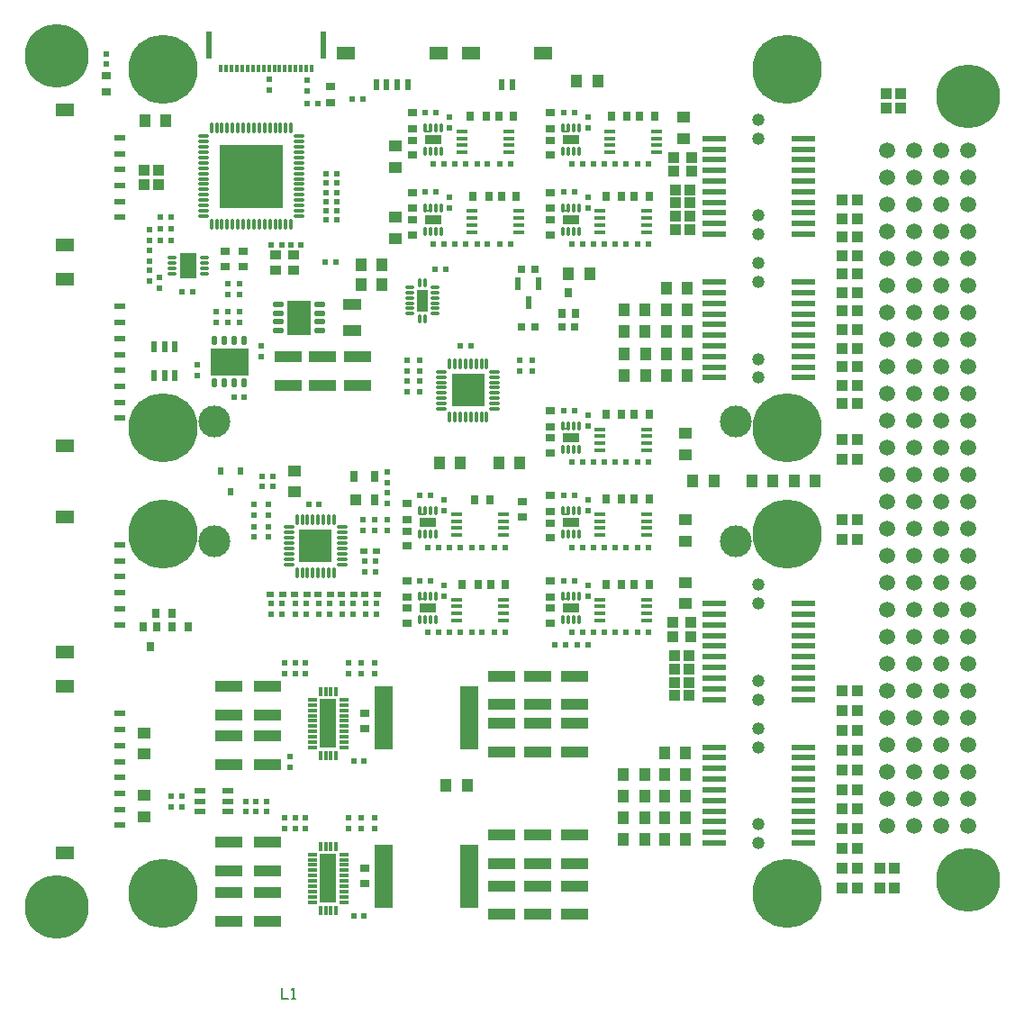
<source format=gtl>
G04 Layer_Physical_Order=1*
G04 Layer_Color=255*
%FSLAX44Y44*%
%MOMM*%
G71*
G01*
G75*
%ADD10R,1.8000X1.0000*%
G04:AMPARAMS|DCode=11|XSize=0.3mm|YSize=0.9mm|CornerRadius=0.03mm|HoleSize=0mm|Usage=FLASHONLY|Rotation=90.000|XOffset=0mm|YOffset=0mm|HoleType=Round|Shape=RoundedRectangle|*
%AMROUNDEDRECTD11*
21,1,0.3000,0.8400,0,0,90.0*
21,1,0.2400,0.9000,0,0,90.0*
1,1,0.0600,0.4200,0.1200*
1,1,0.0600,0.4200,-0.1200*
1,1,0.0600,-0.4200,-0.1200*
1,1,0.0600,-0.4200,0.1200*
%
%ADD11ROUNDEDRECTD11*%
G04:AMPARAMS|DCode=12|XSize=0.3mm|YSize=0.9mm|CornerRadius=0.03mm|HoleSize=0mm|Usage=FLASHONLY|Rotation=0.000|XOffset=0mm|YOffset=0mm|HoleType=Round|Shape=RoundedRectangle|*
%AMROUNDEDRECTD12*
21,1,0.3000,0.8400,0,0,0.0*
21,1,0.2400,0.9000,0,0,0.0*
1,1,0.0600,0.1200,-0.4200*
1,1,0.0600,-0.1200,-0.4200*
1,1,0.0600,-0.1200,0.4200*
1,1,0.0600,0.1200,0.4200*
%
%ADD12ROUNDEDRECTD12*%
%ADD13R,1.6500X4.6500*%
%ADD14R,1.0000X0.5500*%
%ADD15R,0.6000X1.2000*%
%ADD16R,0.6000X1.0500*%
%ADD17R,0.5500X0.8000*%
G04:AMPARAMS|DCode=18|XSize=0.7mm|YSize=1.1mm|CornerRadius=0.035mm|HoleSize=0mm|Usage=FLASHONLY|Rotation=0.000|XOffset=0mm|YOffset=0mm|HoleType=Round|Shape=RoundedRectangle|*
%AMROUNDEDRECTD18*
21,1,0.7000,1.0300,0,0,0.0*
21,1,0.6300,1.1000,0,0,0.0*
1,1,0.0700,0.3150,-0.5150*
1,1,0.0700,-0.3150,-0.5150*
1,1,0.0700,-0.3150,0.5150*
1,1,0.0700,0.3150,0.5150*
%
%ADD18ROUNDEDRECTD18*%
G04:AMPARAMS|DCode=19|XSize=1.1mm|YSize=1.1mm|CornerRadius=0.055mm|HoleSize=0mm|Usage=FLASHONLY|Rotation=0.000|XOffset=0mm|YOffset=0mm|HoleType=Round|Shape=RoundedRectangle|*
%AMROUNDEDRECTD19*
21,1,1.1000,0.9900,0,0,0.0*
21,1,0.9900,1.1000,0,0,0.0*
1,1,0.1100,0.4950,-0.4950*
1,1,0.1100,-0.4950,-0.4950*
1,1,0.1100,-0.4950,0.4950*
1,1,0.1100,0.4950,0.4950*
%
%ADD19ROUNDEDRECTD19*%
G04:AMPARAMS|DCode=20|XSize=0.3mm|YSize=1mm|CornerRadius=0.12mm|HoleSize=0mm|Usage=FLASHONLY|Rotation=90.000|XOffset=0mm|YOffset=0mm|HoleType=Round|Shape=RoundedRectangle|*
%AMROUNDEDRECTD20*
21,1,0.3000,0.7600,0,0,90.0*
21,1,0.0600,1.0000,0,0,90.0*
1,1,0.2400,0.3800,0.0300*
1,1,0.2400,0.3800,-0.0300*
1,1,0.2400,-0.3800,-0.0300*
1,1,0.2400,-0.3800,0.0300*
%
%ADD20ROUNDEDRECTD20*%
G04:AMPARAMS|DCode=21|XSize=0.3mm|YSize=1mm|CornerRadius=0.12mm|HoleSize=0mm|Usage=FLASHONLY|Rotation=0.000|XOffset=0mm|YOffset=0mm|HoleType=Round|Shape=RoundedRectangle|*
%AMROUNDEDRECTD21*
21,1,0.3000,0.7600,0,0,0.0*
21,1,0.0600,1.0000,0,0,0.0*
1,1,0.2400,0.0300,-0.3800*
1,1,0.2400,-0.0300,-0.3800*
1,1,0.2400,-0.0300,0.3800*
1,1,0.2400,0.0300,0.3800*
%
%ADD21ROUNDEDRECTD21*%
%ADD22R,6.0000X6.0000*%
G04:AMPARAMS|DCode=23|XSize=0.3mm|YSize=1mm|CornerRadius=0.075mm|HoleSize=0mm|Usage=FLASHONLY|Rotation=90.000|XOffset=0mm|YOffset=0mm|HoleType=Round|Shape=RoundedRectangle|*
%AMROUNDEDRECTD23*
21,1,0.3000,0.8500,0,0,90.0*
21,1,0.1500,1.0000,0,0,90.0*
1,1,0.1500,0.4250,0.0750*
1,1,0.1500,0.4250,-0.0750*
1,1,0.1500,-0.4250,-0.0750*
1,1,0.1500,-0.4250,0.0750*
%
%ADD23ROUNDEDRECTD23*%
G04:AMPARAMS|DCode=24|XSize=0.3mm|YSize=1mm|CornerRadius=0.075mm|HoleSize=0mm|Usage=FLASHONLY|Rotation=0.000|XOffset=0mm|YOffset=0mm|HoleType=Round|Shape=RoundedRectangle|*
%AMROUNDEDRECTD24*
21,1,0.3000,0.8500,0,0,0.0*
21,1,0.1500,1.0000,0,0,0.0*
1,1,0.1500,0.0750,-0.4250*
1,1,0.1500,-0.0750,-0.4250*
1,1,0.1500,-0.0750,0.4250*
1,1,0.1500,0.0750,0.4250*
%
%ADD24ROUNDEDRECTD24*%
%ADD25R,3.1500X3.1500*%
%ADD26R,1.0500X0.6000*%
%ADD27R,1.8000X1.2500*%
%ADD28R,1.2600X1.3000*%
%ADD29R,0.5000X1.0000*%
%ADD30R,0.7000X0.9000*%
%ADD31R,2.2600X0.6100*%
%ADD32R,1.0000X0.8500*%
%ADD33R,1.1000X2.1000*%
G04:AMPARAMS|DCode=34|XSize=0.3mm|YSize=0.8mm|CornerRadius=0.03mm|HoleSize=0mm|Usage=FLASHONLY|Rotation=0.000|XOffset=0mm|YOffset=0mm|HoleType=Round|Shape=RoundedRectangle|*
%AMROUNDEDRECTD34*
21,1,0.3000,0.7400,0,0,0.0*
21,1,0.2400,0.8000,0,0,0.0*
1,1,0.0600,0.1200,-0.3700*
1,1,0.0600,-0.1200,-0.3700*
1,1,0.0600,-0.1200,0.3700*
1,1,0.0600,0.1200,0.3700*
%
%ADD34ROUNDEDRECTD34*%
G04:AMPARAMS|DCode=35|XSize=0.3mm|YSize=0.8mm|CornerRadius=0.03mm|HoleSize=0mm|Usage=FLASHONLY|Rotation=90.000|XOffset=0mm|YOffset=0mm|HoleType=Round|Shape=RoundedRectangle|*
%AMROUNDEDRECTD35*
21,1,0.3000,0.7400,0,0,90.0*
21,1,0.2400,0.8000,0,0,90.0*
1,1,0.0600,0.3700,0.1200*
1,1,0.0600,0.3700,-0.1200*
1,1,0.0600,-0.3700,-0.1200*
1,1,0.0600,-0.3700,0.1200*
%
%ADD35ROUNDEDRECTD35*%
G04:AMPARAMS|DCode=36|XSize=0.3mm|YSize=0.8mm|CornerRadius=0.075mm|HoleSize=0mm|Usage=FLASHONLY|Rotation=180.000|XOffset=0mm|YOffset=0mm|HoleType=Round|Shape=RoundedRectangle|*
%AMROUNDEDRECTD36*
21,1,0.3000,0.6500,0,0,180.0*
21,1,0.1500,0.8000,0,0,180.0*
1,1,0.1500,-0.0750,0.3250*
1,1,0.1500,0.0750,0.3250*
1,1,0.1500,0.0750,-0.3250*
1,1,0.1500,-0.0750,-0.3250*
%
%ADD36ROUNDEDRECTD36*%
%ADD37R,1.6500X0.9500*%
%ADD38R,0.5000X0.2000*%
%ADD39R,2.3000X3.2000*%
G04:AMPARAMS|DCode=40|XSize=0.45mm|YSize=1mm|CornerRadius=0.045mm|HoleSize=0mm|Usage=FLASHONLY|Rotation=270.000|XOffset=0mm|YOffset=0mm|HoleType=Round|Shape=RoundedRectangle|*
%AMROUNDEDRECTD40*
21,1,0.4500,0.9100,0,0,270.0*
21,1,0.3600,1.0000,0,0,270.0*
1,1,0.0900,-0.4550,-0.1800*
1,1,0.0900,-0.4550,0.1800*
1,1,0.0900,0.4550,0.1800*
1,1,0.0900,0.4550,-0.1800*
%
%ADD40ROUNDEDRECTD40*%
G04:AMPARAMS|DCode=41|XSize=0.45mm|YSize=0.8mm|CornerRadius=0.045mm|HoleSize=0mm|Usage=FLASHONLY|Rotation=0.000|XOffset=0mm|YOffset=0mm|HoleType=Round|Shape=RoundedRectangle|*
%AMROUNDEDRECTD41*
21,1,0.4500,0.7100,0,0,0.0*
21,1,0.3600,0.8000,0,0,0.0*
1,1,0.0900,0.1800,-0.3550*
1,1,0.0900,-0.1800,-0.3550*
1,1,0.0900,-0.1800,0.3550*
1,1,0.0900,0.1800,0.3550*
%
%ADD41ROUNDEDRECTD41*%
%ADD42R,3.6000X2.6000*%
G04:AMPARAMS|DCode=43|XSize=0.3mm|YSize=0.8mm|CornerRadius=0.075mm|HoleSize=0mm|Usage=FLASHONLY|Rotation=270.000|XOffset=0mm|YOffset=0mm|HoleType=Round|Shape=RoundedRectangle|*
%AMROUNDEDRECTD43*
21,1,0.3000,0.6500,0,0,270.0*
21,1,0.1500,0.8000,0,0,270.0*
1,1,0.1500,-0.3250,-0.0750*
1,1,0.1500,-0.3250,0.0750*
1,1,0.1500,0.3250,0.0750*
1,1,0.1500,0.3250,-0.0750*
%
%ADD43ROUNDEDRECTD43*%
%ADD44R,1.6500X2.4000*%
%ADD45R,0.9000X0.8000*%
%ADD46R,2.6000X1.1000*%
%ADD47R,0.6000X2.6000*%
%ADD48R,0.3000X0.7000*%
%ADD49R,1.8000X5.9000*%
%ADD50R,0.8000X0.9000*%
%ADD51R,0.9000X0.7000*%
G04:AMPARAMS|DCode=52|XSize=0.7mm|YSize=0.9mm|CornerRadius=0.035mm|HoleSize=0mm|Usage=FLASHONLY|Rotation=0.000|XOffset=0mm|YOffset=0mm|HoleType=Round|Shape=RoundedRectangle|*
%AMROUNDEDRECTD52*
21,1,0.7000,0.8300,0,0,0.0*
21,1,0.6300,0.9000,0,0,0.0*
1,1,0.0700,0.3150,-0.4150*
1,1,0.0700,-0.3150,-0.4150*
1,1,0.0700,-0.3150,0.4150*
1,1,0.0700,0.3150,0.4150*
%
%ADD52ROUNDEDRECTD52*%
%ADD53R,0.8000X0.7000*%
%ADD54R,0.6000X0.6000*%
%ADD55R,0.8000X0.6000*%
%ADD56R,0.9800X0.9800*%
%ADD57R,1.0000X1.3000*%
%ADD58R,0.6000X0.6000*%
%ADD59R,1.3000X1.0000*%
%ADD60R,0.9800X0.9800*%
G04:AMPARAMS|DCode=61|XSize=0.41mm|YSize=1.1mm|CornerRadius=0.1025mm|HoleSize=0mm|Usage=FLASHONLY|Rotation=90.000|XOffset=0mm|YOffset=0mm|HoleType=Round|Shape=RoundedRectangle|*
%AMROUNDEDRECTD61*
21,1,0.4100,0.8950,0,0,90.0*
21,1,0.2050,1.1000,0,0,90.0*
1,1,0.2050,0.4475,0.1025*
1,1,0.2050,0.4475,-0.1025*
1,1,0.2050,-0.4475,-0.1025*
1,1,0.2050,-0.4475,0.1025*
%
%ADD61ROUNDEDRECTD61*%
%ADD62R,1.0000X1.1000*%
%ADD63C,0.2000*%
%ADD64R,0.4750X1.3000*%
%ADD65C,1.1900*%
%ADD66C,1.5000*%
%ADD67C,6.0000*%
%ADD68C,6.5000*%
%ADD69C,3.0000*%
%ADD70C,0.3000*%
D10*
X209250Y141500D02*
D03*
Y166500D02*
D03*
D11*
X172000Y-350750D02*
D03*
Y-355750D02*
D03*
Y-360750D02*
D03*
Y-365750D02*
D03*
Y-370750D02*
D03*
Y-375750D02*
D03*
Y-380750D02*
D03*
Y-385750D02*
D03*
Y-390750D02*
D03*
Y-395750D02*
D03*
X202000D02*
D03*
Y-390750D02*
D03*
Y-385750D02*
D03*
Y-380750D02*
D03*
Y-375750D02*
D03*
Y-370750D02*
D03*
Y-350750D02*
D03*
Y-355750D02*
D03*
Y-360750D02*
D03*
Y-365750D02*
D03*
X172000Y-205250D02*
D03*
Y-210250D02*
D03*
Y-215250D02*
D03*
Y-220250D02*
D03*
Y-225250D02*
D03*
Y-230250D02*
D03*
Y-235250D02*
D03*
Y-240250D02*
D03*
Y-245250D02*
D03*
Y-250250D02*
D03*
X202000D02*
D03*
Y-245250D02*
D03*
Y-240250D02*
D03*
Y-235250D02*
D03*
Y-230250D02*
D03*
Y-225250D02*
D03*
Y-205250D02*
D03*
Y-210250D02*
D03*
Y-215250D02*
D03*
Y-220250D02*
D03*
D12*
X179500Y-403250D02*
D03*
X184500D02*
D03*
X189500D02*
D03*
X194500D02*
D03*
X179500Y-343250D02*
D03*
X184500D02*
D03*
X189500D02*
D03*
X194500D02*
D03*
X179500Y-257750D02*
D03*
X184500D02*
D03*
X189500D02*
D03*
X194500D02*
D03*
X179500Y-197750D02*
D03*
X184500D02*
D03*
X189500D02*
D03*
X194500D02*
D03*
D13*
X187000Y-373250D02*
D03*
Y-227750D02*
D03*
D14*
X66250Y-291250D02*
D03*
Y-300750D02*
D03*
Y-310250D02*
D03*
X92250Y-310250D02*
D03*
Y-300750D02*
D03*
Y-291250D02*
D03*
D15*
X375000Y167750D02*
D03*
X365500Y185750D02*
D03*
X384500D02*
D03*
D16*
X42500Y126250D02*
D03*
X33000D02*
D03*
X23500D02*
D03*
Y99250D02*
D03*
X33000D02*
D03*
X42500D02*
D03*
D17*
X95000Y-10000D02*
D03*
X104500Y10000D02*
D03*
X85500D02*
D03*
D18*
X211250Y4500D02*
D03*
X230250D02*
D03*
Y-17500D02*
D03*
D19*
X213250D02*
D03*
D20*
X69604Y324354D02*
D03*
Y319354D02*
D03*
Y314354D02*
D03*
Y309354D02*
D03*
Y304354D02*
D03*
Y299354D02*
D03*
Y294354D02*
D03*
Y289354D02*
D03*
Y284354D02*
D03*
Y279354D02*
D03*
Y274354D02*
D03*
Y269354D02*
D03*
Y264354D02*
D03*
Y259354D02*
D03*
Y254354D02*
D03*
Y249354D02*
D03*
X159604D02*
D03*
Y254354D02*
D03*
Y259354D02*
D03*
Y264354D02*
D03*
Y269354D02*
D03*
Y274354D02*
D03*
Y279354D02*
D03*
Y284354D02*
D03*
Y289354D02*
D03*
Y294354D02*
D03*
Y299354D02*
D03*
Y304354D02*
D03*
Y309354D02*
D03*
Y314354D02*
D03*
Y319354D02*
D03*
Y324354D02*
D03*
D21*
X77104Y241854D02*
D03*
X82104D02*
D03*
X87104D02*
D03*
X92104D02*
D03*
X97104D02*
D03*
X102104D02*
D03*
X107104D02*
D03*
X112104D02*
D03*
X117104D02*
D03*
X122104D02*
D03*
X127104D02*
D03*
X132104D02*
D03*
X137104D02*
D03*
X142104D02*
D03*
X147104D02*
D03*
X152104D02*
D03*
Y331854D02*
D03*
X147104D02*
D03*
X142104D02*
D03*
X137104D02*
D03*
X132104D02*
D03*
X127104D02*
D03*
X122104D02*
D03*
X117104D02*
D03*
X112104D02*
D03*
X107104D02*
D03*
X102104D02*
D03*
X97104D02*
D03*
X92104D02*
D03*
X87104D02*
D03*
X82104D02*
D03*
X77104D02*
D03*
D22*
X114604Y286854D02*
D03*
D23*
X150000Y-43250D02*
D03*
Y-48250D02*
D03*
Y-53250D02*
D03*
Y-58250D02*
D03*
Y-63250D02*
D03*
Y-68250D02*
D03*
Y-73250D02*
D03*
Y-78250D02*
D03*
X200000D02*
D03*
Y-73250D02*
D03*
Y-68250D02*
D03*
Y-63250D02*
D03*
Y-58250D02*
D03*
Y-53250D02*
D03*
Y-48250D02*
D03*
Y-43250D02*
D03*
X293500Y103000D02*
D03*
Y98000D02*
D03*
Y93000D02*
D03*
Y88000D02*
D03*
Y83000D02*
D03*
Y78000D02*
D03*
Y73000D02*
D03*
Y68000D02*
D03*
X343500D02*
D03*
Y73000D02*
D03*
Y78000D02*
D03*
Y83000D02*
D03*
Y88000D02*
D03*
Y93000D02*
D03*
Y98000D02*
D03*
Y103000D02*
D03*
D24*
X157500Y-85750D02*
D03*
X162500D02*
D03*
X167500D02*
D03*
X172500D02*
D03*
X177500D02*
D03*
X182500D02*
D03*
X187500D02*
D03*
X192500D02*
D03*
Y-35750D02*
D03*
X187500D02*
D03*
X182500D02*
D03*
X177500D02*
D03*
X172500D02*
D03*
X167500D02*
D03*
X162500D02*
D03*
X157500D02*
D03*
X301000Y60500D02*
D03*
X306000D02*
D03*
X311000D02*
D03*
X316000D02*
D03*
X321000D02*
D03*
X326000D02*
D03*
X331000D02*
D03*
X336000D02*
D03*
Y110500D02*
D03*
X331000D02*
D03*
X326000D02*
D03*
X321000D02*
D03*
X316000D02*
D03*
X311000D02*
D03*
X306000D02*
D03*
X301000D02*
D03*
D25*
X175000Y-60750D02*
D03*
X318500Y85500D02*
D03*
D26*
X-9000Y-218500D02*
D03*
Y-233500D02*
D03*
Y-248500D02*
D03*
Y-263500D02*
D03*
Y-278500D02*
D03*
Y-293500D02*
D03*
Y-308500D02*
D03*
Y-323500D02*
D03*
Y59250D02*
D03*
Y74250D02*
D03*
Y89250D02*
D03*
Y104250D02*
D03*
Y119250D02*
D03*
Y134250D02*
D03*
Y149250D02*
D03*
Y164250D02*
D03*
Y-134750D02*
D03*
Y-119750D02*
D03*
Y-104750D02*
D03*
Y-89750D02*
D03*
Y-74750D02*
D03*
Y-59750D02*
D03*
Y248000D02*
D03*
Y263000D02*
D03*
Y278000D02*
D03*
Y293000D02*
D03*
Y308000D02*
D03*
Y323000D02*
D03*
D27*
X-61000Y-192500D02*
D03*
Y-349500D02*
D03*
Y33250D02*
D03*
Y190250D02*
D03*
Y-160750D02*
D03*
Y-33750D02*
D03*
Y222000D02*
D03*
Y349000D02*
D03*
D28*
X206000Y402650D02*
D03*
X288000D02*
D03*
X386000Y402649D02*
D03*
X324000D02*
D03*
D29*
X232000Y372750D02*
D03*
X262000D02*
D03*
X252000D02*
D03*
X242000D02*
D03*
X360000Y372749D02*
D03*
X350000D02*
D03*
D30*
X463000Y-97000D02*
D03*
X448000D02*
D03*
X55000Y-136750D02*
D03*
X40000D02*
D03*
X468000Y343000D02*
D03*
X453000D02*
D03*
X463000Y63000D02*
D03*
X448000D02*
D03*
X335500Y343000D02*
D03*
X320500D02*
D03*
X463000Y-17000D02*
D03*
X448000D02*
D03*
X338000Y268000D02*
D03*
X323000D02*
D03*
X463000D02*
D03*
X448000D02*
D03*
X339250Y-17250D02*
D03*
X324250D02*
D03*
X25000Y-124000D02*
D03*
X40000D02*
D03*
X328000Y-97000D02*
D03*
X313000D02*
D03*
D31*
X549750Y-115000D02*
D03*
Y-125000D02*
D03*
Y-135000D02*
D03*
Y-145000D02*
D03*
Y-155000D02*
D03*
Y-165000D02*
D03*
Y-175000D02*
D03*
Y-185000D02*
D03*
Y-195000D02*
D03*
Y-205000D02*
D03*
X633550D02*
D03*
Y-195000D02*
D03*
Y-185000D02*
D03*
Y-175000D02*
D03*
Y-165000D02*
D03*
Y-155000D02*
D03*
Y-145000D02*
D03*
Y-135000D02*
D03*
Y-125000D02*
D03*
Y-115000D02*
D03*
X549750Y-250000D02*
D03*
Y-260000D02*
D03*
Y-270000D02*
D03*
Y-280000D02*
D03*
Y-290000D02*
D03*
Y-300000D02*
D03*
Y-310000D02*
D03*
Y-320000D02*
D03*
Y-330000D02*
D03*
Y-340000D02*
D03*
X633550D02*
D03*
Y-330000D02*
D03*
Y-320000D02*
D03*
Y-310000D02*
D03*
Y-300000D02*
D03*
Y-290000D02*
D03*
Y-280000D02*
D03*
Y-270000D02*
D03*
Y-260000D02*
D03*
Y-250000D02*
D03*
X549750Y187300D02*
D03*
Y177300D02*
D03*
Y167300D02*
D03*
Y157300D02*
D03*
Y147300D02*
D03*
Y137300D02*
D03*
Y127300D02*
D03*
Y117300D02*
D03*
Y107300D02*
D03*
Y97300D02*
D03*
X633550D02*
D03*
Y107300D02*
D03*
Y117300D02*
D03*
Y127300D02*
D03*
Y137300D02*
D03*
Y147300D02*
D03*
Y157300D02*
D03*
Y167300D02*
D03*
Y177300D02*
D03*
Y187300D02*
D03*
X549750Y322300D02*
D03*
Y312300D02*
D03*
Y302300D02*
D03*
Y292300D02*
D03*
Y282300D02*
D03*
Y272300D02*
D03*
Y262300D02*
D03*
Y252300D02*
D03*
Y242300D02*
D03*
Y232300D02*
D03*
X633550D02*
D03*
Y242300D02*
D03*
Y252300D02*
D03*
Y262300D02*
D03*
Y272300D02*
D03*
Y282300D02*
D03*
Y292300D02*
D03*
Y302300D02*
D03*
Y312300D02*
D03*
Y322300D02*
D03*
D32*
X137500Y198500D02*
D03*
X154500D02*
D03*
Y212500D02*
D03*
X137500D02*
D03*
D33*
X275250Y170000D02*
D03*
D34*
X272750Y187000D02*
D03*
X277750D02*
D03*
Y153000D02*
D03*
X272750D02*
D03*
D35*
X287250Y182500D02*
D03*
Y177500D02*
D03*
Y172500D02*
D03*
Y167500D02*
D03*
Y162500D02*
D03*
Y157500D02*
D03*
X263250D02*
D03*
Y162500D02*
D03*
Y167500D02*
D03*
Y172500D02*
D03*
Y177500D02*
D03*
Y182500D02*
D03*
D36*
X408000Y235250D02*
D03*
X413000D02*
D03*
X418000D02*
D03*
X423000D02*
D03*
Y257250D02*
D03*
X418000D02*
D03*
X413000D02*
D03*
X408000D02*
D03*
Y-107750D02*
D03*
X413000D02*
D03*
X418000D02*
D03*
X423000D02*
D03*
Y-129750D02*
D03*
X418000D02*
D03*
X413000D02*
D03*
X408000D02*
D03*
Y310250D02*
D03*
X413000D02*
D03*
X418000D02*
D03*
X423000D02*
D03*
Y332250D02*
D03*
X418000D02*
D03*
X413000D02*
D03*
X408000D02*
D03*
Y30250D02*
D03*
X413000D02*
D03*
X418000D02*
D03*
X423000D02*
D03*
Y52250D02*
D03*
X418000D02*
D03*
X413000D02*
D03*
X408000D02*
D03*
X278000Y310250D02*
D03*
X283000D02*
D03*
X288000D02*
D03*
X293000D02*
D03*
Y332250D02*
D03*
X288000D02*
D03*
X283000D02*
D03*
X278000D02*
D03*
X408000Y-49750D02*
D03*
X413000D02*
D03*
X418000D02*
D03*
X423000D02*
D03*
Y-27750D02*
D03*
X418000D02*
D03*
X413000D02*
D03*
X408000D02*
D03*
X278000Y235250D02*
D03*
X283000D02*
D03*
X288000D02*
D03*
X293000D02*
D03*
Y257250D02*
D03*
X288000D02*
D03*
X283000D02*
D03*
X278000D02*
D03*
X273000Y-27750D02*
D03*
X278000D02*
D03*
X283000D02*
D03*
X288000D02*
D03*
Y-49750D02*
D03*
X283000D02*
D03*
X278000D02*
D03*
X273000D02*
D03*
Y-107750D02*
D03*
X278000D02*
D03*
X283000D02*
D03*
X288000D02*
D03*
Y-129750D02*
D03*
X283000D02*
D03*
X278000D02*
D03*
X273000D02*
D03*
D37*
X415500Y246250D02*
D03*
Y-118750D02*
D03*
Y321250D02*
D03*
Y41250D02*
D03*
X285500Y321250D02*
D03*
X415500Y-38750D02*
D03*
X285500Y246250D02*
D03*
X280500Y-38750D02*
D03*
Y-118750D02*
D03*
D38*
X410500Y254250D02*
D03*
Y-110750D02*
D03*
Y329250D02*
D03*
Y49250D02*
D03*
X280500Y329250D02*
D03*
X410500Y-30750D02*
D03*
X280500Y254250D02*
D03*
X275500Y-30750D02*
D03*
Y-110750D02*
D03*
D39*
X159250Y154000D02*
D03*
D40*
X139750Y142000D02*
D03*
Y150000D02*
D03*
Y158000D02*
D03*
Y166000D02*
D03*
X178750D02*
D03*
Y158000D02*
D03*
Y150000D02*
D03*
Y142000D02*
D03*
D41*
X108250Y132500D02*
D03*
X98750D02*
D03*
X89250D02*
D03*
X79750D02*
D03*
Y92500D02*
D03*
X89250D02*
D03*
X98750D02*
D03*
X108250D02*
D03*
D42*
X94000Y112500D02*
D03*
D43*
X70250Y195500D02*
D03*
Y200500D02*
D03*
Y205500D02*
D03*
Y210500D02*
D03*
X40250D02*
D03*
Y205500D02*
D03*
Y200500D02*
D03*
Y195500D02*
D03*
D44*
X55250Y203000D02*
D03*
D45*
X189000Y356250D02*
D03*
Y371250D02*
D03*
X221000Y-377750D02*
D03*
Y-363750D02*
D03*
Y-232250D02*
D03*
Y-218250D02*
D03*
X90500Y202000D02*
D03*
Y216000D02*
D03*
X107000Y202000D02*
D03*
Y216000D02*
D03*
X-21750Y381500D02*
D03*
Y366500D02*
D03*
X396000Y306750D02*
D03*
Y320750D02*
D03*
Y26750D02*
D03*
Y40750D02*
D03*
X266000Y306750D02*
D03*
Y320750D02*
D03*
X396000Y-53250D02*
D03*
Y-39250D02*
D03*
X266000Y231750D02*
D03*
Y245750D02*
D03*
X396000Y231750D02*
D03*
Y245750D02*
D03*
X369250Y-33500D02*
D03*
Y-19500D02*
D03*
X261000Y-60750D02*
D03*
Y-46750D02*
D03*
Y-133250D02*
D03*
Y-119250D02*
D03*
X396000Y-133250D02*
D03*
Y-119250D02*
D03*
D46*
X149250Y117500D02*
D03*
Y90500D02*
D03*
X349750Y-227750D02*
D03*
Y-254750D02*
D03*
X419000Y-380250D02*
D03*
Y-407250D02*
D03*
X349750Y-210000D02*
D03*
Y-183000D02*
D03*
Y-359250D02*
D03*
Y-332250D02*
D03*
X383750Y-380250D02*
D03*
Y-407250D02*
D03*
Y-210000D02*
D03*
Y-183000D02*
D03*
X93250Y-220000D02*
D03*
Y-193000D02*
D03*
X93250Y-339250D02*
D03*
Y-366250D02*
D03*
X129500Y-339250D02*
D03*
Y-366250D02*
D03*
Y-413750D02*
D03*
Y-386750D02*
D03*
X93250Y-413750D02*
D03*
Y-386750D02*
D03*
X129500Y-239000D02*
D03*
Y-266000D02*
D03*
X93250Y-239000D02*
D03*
Y-266000D02*
D03*
X129500Y-220000D02*
D03*
Y-193000D02*
D03*
X419000Y-359250D02*
D03*
Y-332250D02*
D03*
X383750Y-227750D02*
D03*
Y-254750D02*
D03*
X349750Y-380250D02*
D03*
Y-407250D02*
D03*
X419000Y-210000D02*
D03*
Y-183000D02*
D03*
Y-227750D02*
D03*
Y-254750D02*
D03*
X383750Y-359250D02*
D03*
Y-332250D02*
D03*
X181750Y117500D02*
D03*
Y90500D02*
D03*
X214250Y117500D02*
D03*
Y90500D02*
D03*
D47*
X182250Y409750D02*
D03*
X75250D02*
D03*
D48*
X86250Y387750D02*
D03*
X91250D02*
D03*
X96250D02*
D03*
X101250D02*
D03*
X106250D02*
D03*
X111250D02*
D03*
X116250D02*
D03*
X121250D02*
D03*
X171250D02*
D03*
X166250D02*
D03*
X161250D02*
D03*
X156250D02*
D03*
X151250D02*
D03*
X146250D02*
D03*
X141250D02*
D03*
X136250D02*
D03*
X131250D02*
D03*
X126250D02*
D03*
D49*
X239500Y-371750D02*
D03*
X319500D02*
D03*
Y-222250D02*
D03*
X239500D02*
D03*
D50*
X363750Y268000D02*
D03*
X349750D02*
D03*
X493750Y343000D02*
D03*
X479750D02*
D03*
X488750Y63000D02*
D03*
X474750D02*
D03*
X361250Y343000D02*
D03*
X347250D02*
D03*
X488750Y-17000D02*
D03*
X474750D02*
D03*
X488750Y268000D02*
D03*
X474750D02*
D03*
X353750Y-97000D02*
D03*
X339750D02*
D03*
X488750D02*
D03*
X474750D02*
D03*
D51*
X396000Y-108500D02*
D03*
Y-93500D02*
D03*
Y331500D02*
D03*
Y346500D02*
D03*
Y51500D02*
D03*
Y66500D02*
D03*
X266000Y331500D02*
D03*
Y346500D02*
D03*
X396000Y-28500D02*
D03*
Y-13500D02*
D03*
X266000Y256500D02*
D03*
Y271500D02*
D03*
X396000Y256500D02*
D03*
Y271500D02*
D03*
X261000Y-36000D02*
D03*
Y-21000D02*
D03*
Y-108500D02*
D03*
Y-93500D02*
D03*
D52*
X413004Y176886D02*
D03*
X419504Y157886D02*
D03*
X406504D02*
D03*
X26000Y-136750D02*
D03*
X13000D02*
D03*
X19500Y-155750D02*
D03*
D53*
X407004Y145288D02*
D03*
X419004D02*
D03*
X368950D02*
D03*
X380950D02*
D03*
Y199000D02*
D03*
X368950D02*
D03*
D54*
X242750Y-36000D02*
D03*
Y-46000D02*
D03*
X242750Y-11000D02*
D03*
Y-21000D02*
D03*
X217750Y-181000D02*
D03*
Y-171000D02*
D03*
X146250Y-316500D02*
D03*
Y-326500D02*
D03*
X165750D02*
D03*
Y-316500D02*
D03*
X206250Y-171000D02*
D03*
Y-181000D02*
D03*
X230500D02*
D03*
Y-171000D02*
D03*
X146250D02*
D03*
Y-181000D02*
D03*
X165750D02*
D03*
Y-171000D02*
D03*
X151000Y-268500D02*
D03*
Y-258500D02*
D03*
X206234Y-326500D02*
D03*
Y-316500D02*
D03*
X230250Y-316500D02*
D03*
Y-326500D02*
D03*
X156000Y-316500D02*
D03*
Y-326500D02*
D03*
X217734Y-316500D02*
D03*
Y-326500D02*
D03*
X156000Y-181000D02*
D03*
Y-171000D02*
D03*
X92750Y175750D02*
D03*
Y185750D02*
D03*
X103500D02*
D03*
Y175750D02*
D03*
X18750Y236500D02*
D03*
Y226500D02*
D03*
X92750Y149500D02*
D03*
Y159500D02*
D03*
X18750Y198250D02*
D03*
Y188250D02*
D03*
Y207000D02*
D03*
Y217000D02*
D03*
X143000Y-115000D02*
D03*
Y-125000D02*
D03*
X156000D02*
D03*
Y-115000D02*
D03*
X431000Y342250D02*
D03*
Y332250D02*
D03*
Y52250D02*
D03*
Y62250D02*
D03*
X301000Y342250D02*
D03*
Y332250D02*
D03*
X431000Y-27750D02*
D03*
Y-17750D02*
D03*
X301000Y267250D02*
D03*
Y257250D02*
D03*
X431000D02*
D03*
Y267250D02*
D03*
X123750Y127250D02*
D03*
Y117250D02*
D03*
X296000Y-17750D02*
D03*
Y-27750D02*
D03*
X82000Y149500D02*
D03*
Y159500D02*
D03*
X131254Y378021D02*
D03*
Y368021D02*
D03*
X-21750Y392000D02*
D03*
Y402000D02*
D03*
X103500Y159500D02*
D03*
Y149500D02*
D03*
X167460Y367000D02*
D03*
Y377000D02*
D03*
X64250Y109500D02*
D03*
Y99500D02*
D03*
X28250Y191750D02*
D03*
Y181750D02*
D03*
X125000Y-5000D02*
D03*
Y5000D02*
D03*
X135000Y-5000D02*
D03*
Y5000D02*
D03*
X260750Y84250D02*
D03*
Y94250D02*
D03*
X49250Y-295750D02*
D03*
Y-305750D02*
D03*
X119250Y-300750D02*
D03*
Y-310750D02*
D03*
X39250Y-295750D02*
D03*
Y-305750D02*
D03*
X109250Y-300750D02*
D03*
Y-310750D02*
D03*
X296000Y-107750D02*
D03*
Y-97750D02*
D03*
X431000D02*
D03*
Y-107750D02*
D03*
X129250Y-310750D02*
D03*
Y-300750D02*
D03*
X367250Y103500D02*
D03*
Y113500D02*
D03*
X117375Y-21750D02*
D03*
Y-31750D02*
D03*
X272750Y94250D02*
D03*
Y84250D02*
D03*
X117375Y-42500D02*
D03*
Y-52500D02*
D03*
X272750Y113500D02*
D03*
Y103500D02*
D03*
X131000Y-31750D02*
D03*
Y-21750D02*
D03*
X260750Y103500D02*
D03*
Y113500D02*
D03*
X379000Y103500D02*
D03*
Y113500D02*
D03*
X230875Y-46000D02*
D03*
Y-36000D02*
D03*
X220000D02*
D03*
Y-46000D02*
D03*
X131000Y-52500D02*
D03*
Y-42500D02*
D03*
X188000Y-115000D02*
D03*
Y-125000D02*
D03*
X200000D02*
D03*
Y-115000D02*
D03*
X222000Y-115000D02*
D03*
Y-125000D02*
D03*
X221500Y-85000D02*
D03*
Y-75000D02*
D03*
X133000Y-125000D02*
D03*
Y-115000D02*
D03*
X166000D02*
D03*
Y-125000D02*
D03*
X178000D02*
D03*
Y-115000D02*
D03*
X210000D02*
D03*
Y-125000D02*
D03*
X232000Y-125000D02*
D03*
Y-115000D02*
D03*
X231500Y-75000D02*
D03*
Y-85000D02*
D03*
X242750Y8750D02*
D03*
Y-1250D02*
D03*
D55*
X220500Y-66000D02*
D03*
X232500D02*
D03*
X144000Y-106000D02*
D03*
X132000D02*
D03*
X167000D02*
D03*
X155000D02*
D03*
X177000D02*
D03*
X189000D02*
D03*
X199000D02*
D03*
X211000D02*
D03*
X221000D02*
D03*
X233000D02*
D03*
D56*
X13500Y292300D02*
D03*
Y278700D02*
D03*
X27250Y292300D02*
D03*
Y278700D02*
D03*
X725000Y350700D02*
D03*
Y364300D02*
D03*
X711750Y350700D02*
D03*
Y364300D02*
D03*
D57*
X14500Y339000D02*
D03*
X34500D02*
D03*
X524750Y181750D02*
D03*
X504750D02*
D03*
X524750Y161187D02*
D03*
X504750D02*
D03*
X524750Y140625D02*
D03*
X504750D02*
D03*
X524750Y120063D02*
D03*
X504750D02*
D03*
X524750Y99500D02*
D03*
X504750D02*
D03*
X523000Y-255250D02*
D03*
X503000D02*
D03*
X523000Y-275625D02*
D03*
X503000D02*
D03*
X523000Y-296000D02*
D03*
X503000D02*
D03*
X523000Y-316375D02*
D03*
X503000D02*
D03*
X523000Y-336750D02*
D03*
X503000D02*
D03*
X485000Y161250D02*
D03*
X465000D02*
D03*
X485000Y140500D02*
D03*
X465000D02*
D03*
X485250Y120063D02*
D03*
X465250D02*
D03*
X485250Y99500D02*
D03*
X465250D02*
D03*
X484500Y-275625D02*
D03*
X464500D02*
D03*
X484500Y-296000D02*
D03*
X464500D02*
D03*
X484500Y-316375D02*
D03*
X464500D02*
D03*
X484500Y-336750D02*
D03*
X464500D02*
D03*
X440500Y376000D02*
D03*
X420500D02*
D03*
X347250Y17000D02*
D03*
X367250D02*
D03*
X433000Y194750D02*
D03*
X413000D02*
D03*
X625000Y0D02*
D03*
X645000D02*
D03*
X585000Y250D02*
D03*
X605000D02*
D03*
X311250Y17000D02*
D03*
X291250D02*
D03*
X529750Y250D02*
D03*
X549750D02*
D03*
X317750Y-286000D02*
D03*
X297750D02*
D03*
X237750Y203500D02*
D03*
X217750D02*
D03*
X237750Y185000D02*
D03*
X217750D02*
D03*
D58*
X220750Y-408750D02*
D03*
X210750D02*
D03*
Y-263250D02*
D03*
X220750D02*
D03*
X194000Y206500D02*
D03*
X184000D02*
D03*
X108250Y78750D02*
D03*
X98250D02*
D03*
X49500Y178000D02*
D03*
X59500D02*
D03*
X151500Y222250D02*
D03*
X161500D02*
D03*
X143000D02*
D03*
X133000D02*
D03*
X195250Y289000D02*
D03*
X185250D02*
D03*
Y280350D02*
D03*
X195250D02*
D03*
Y263050D02*
D03*
X185250D02*
D03*
Y271700D02*
D03*
X195250D02*
D03*
X29000Y237500D02*
D03*
X39000D02*
D03*
Y248000D02*
D03*
X29000D02*
D03*
X446250Y298000D02*
D03*
X436250D02*
D03*
Y18000D02*
D03*
X446250D02*
D03*
X316250Y298000D02*
D03*
X306250D02*
D03*
X436250Y-62000D02*
D03*
X446250D02*
D03*
X316250Y223000D02*
D03*
X306250D02*
D03*
X436250D02*
D03*
X446250D02*
D03*
X488250Y298000D02*
D03*
X478250D02*
D03*
Y18000D02*
D03*
X488250D02*
D03*
X358250Y298000D02*
D03*
X348250D02*
D03*
X478250Y-62000D02*
D03*
X488250D02*
D03*
X358250Y223000D02*
D03*
X348250D02*
D03*
X478250D02*
D03*
X488250D02*
D03*
X408250Y346750D02*
D03*
X418250D02*
D03*
Y66750D02*
D03*
X408250D02*
D03*
X278250Y346750D02*
D03*
X288250D02*
D03*
X418250Y-13250D02*
D03*
X408250D02*
D03*
X278250Y271750D02*
D03*
X288250D02*
D03*
X418250D02*
D03*
X408250D02*
D03*
X426000Y298000D02*
D03*
X416000D02*
D03*
Y18000D02*
D03*
X426000D02*
D03*
X296000Y298000D02*
D03*
X286000D02*
D03*
X416000Y-62000D02*
D03*
X426000D02*
D03*
X296000Y223000D02*
D03*
X286000D02*
D03*
X416000D02*
D03*
X426000D02*
D03*
X177500Y355250D02*
D03*
X167500D02*
D03*
X466750Y298000D02*
D03*
X456750D02*
D03*
Y18000D02*
D03*
X466750D02*
D03*
X336750Y298000D02*
D03*
X326750D02*
D03*
X456750Y-62000D02*
D03*
X466750D02*
D03*
X336750Y223000D02*
D03*
X326750D02*
D03*
X456750D02*
D03*
X466750D02*
D03*
X311250Y-62000D02*
D03*
X301250D02*
D03*
X353250D02*
D03*
X343250D02*
D03*
X283250Y-13250D02*
D03*
X273250D02*
D03*
X291000Y-62000D02*
D03*
X281000D02*
D03*
X331750D02*
D03*
X321750D02*
D03*
X209500Y359000D02*
D03*
X219500D02*
D03*
X39000Y226500D02*
D03*
X29000D02*
D03*
X185250Y245750D02*
D03*
X195250D02*
D03*
Y254400D02*
D03*
X185250D02*
D03*
X311250Y-142000D02*
D03*
X301250D02*
D03*
X436250D02*
D03*
X446250D02*
D03*
X343250D02*
D03*
X353250D02*
D03*
X488250D02*
D03*
X478250D02*
D03*
X283250Y-93250D02*
D03*
X273250D02*
D03*
X408250D02*
D03*
X418250D02*
D03*
X281000Y-142000D02*
D03*
X291000D02*
D03*
X426000D02*
D03*
X416000D02*
D03*
X331750D02*
D03*
X321750D02*
D03*
X456750D02*
D03*
X466750D02*
D03*
X311000Y127750D02*
D03*
X321000D02*
D03*
X168500Y-21250D02*
D03*
X178500D02*
D03*
X287500Y199000D02*
D03*
X297500D02*
D03*
X421000Y-153500D02*
D03*
X431000D02*
D03*
X400000D02*
D03*
X410000D02*
D03*
D59*
X522500Y25250D02*
D03*
Y45250D02*
D03*
X155000Y-10000D02*
D03*
Y10000D02*
D03*
X250000Y295000D02*
D03*
Y315000D02*
D03*
X522500Y-56250D02*
D03*
Y-36250D02*
D03*
X250000Y228000D02*
D03*
Y248000D02*
D03*
X521000Y342000D02*
D03*
Y322000D02*
D03*
X522500Y-95000D02*
D03*
Y-115000D02*
D03*
X13462Y-256380D02*
D03*
Y-236380D02*
D03*
Y-315430D02*
D03*
Y-295430D02*
D03*
D60*
X670450Y-35900D02*
D03*
X684050D02*
D03*
Y247091D02*
D03*
X670450D02*
D03*
X684050Y-215750D02*
D03*
X670450D02*
D03*
X684050Y-271250D02*
D03*
X670450D02*
D03*
X684050Y-326750D02*
D03*
X670450D02*
D03*
X684050Y-382250D02*
D03*
X670450D02*
D03*
X670450Y264500D02*
D03*
X684050D02*
D03*
X705200Y-363750D02*
D03*
X718800D02*
D03*
X705200Y-382250D02*
D03*
X718800D02*
D03*
X670450Y73000D02*
D03*
X684050D02*
D03*
X684050Y-234250D02*
D03*
X670450D02*
D03*
X684050Y-289750D02*
D03*
X670450D02*
D03*
X684050Y-345250D02*
D03*
X670450D02*
D03*
Y-252750D02*
D03*
X684050D02*
D03*
X670450Y-308250D02*
D03*
X684050D02*
D03*
X670450Y-363750D02*
D03*
X684050D02*
D03*
Y-197250D02*
D03*
X670450D02*
D03*
X684050Y212273D02*
D03*
X670450D02*
D03*
X684050Y160046D02*
D03*
X670450D02*
D03*
X684050Y107818D02*
D03*
X670450D02*
D03*
Y194864D02*
D03*
X684050D02*
D03*
X670450Y142636D02*
D03*
X684050D02*
D03*
X670450Y90409D02*
D03*
X684050D02*
D03*
X670450Y229682D02*
D03*
X684050D02*
D03*
X670450Y177454D02*
D03*
X684050D02*
D03*
X670450Y125227D02*
D03*
X684050D02*
D03*
X670450Y39500D02*
D03*
X684050D02*
D03*
X670450Y20650D02*
D03*
X684050D02*
D03*
Y-54750D02*
D03*
X670450D02*
D03*
X513200Y236500D02*
D03*
X526800D02*
D03*
X512700Y-201500D02*
D03*
X526300D02*
D03*
X513200Y249000D02*
D03*
X526800D02*
D03*
X512700Y-189000D02*
D03*
X526300D02*
D03*
X513200Y261750D02*
D03*
X526800D02*
D03*
X512700Y-176250D02*
D03*
X526300D02*
D03*
X513236Y274128D02*
D03*
X526837D02*
D03*
X512736Y-163872D02*
D03*
X526337D02*
D03*
D61*
X495878Y309448D02*
D03*
Y315948D02*
D03*
Y322448D02*
D03*
Y328948D02*
D03*
X451878Y309448D02*
D03*
Y315948D02*
D03*
Y322448D02*
D03*
Y328948D02*
D03*
X486628Y29448D02*
D03*
Y35948D02*
D03*
Y42448D02*
D03*
Y48948D02*
D03*
X442628Y29448D02*
D03*
Y35948D02*
D03*
Y42448D02*
D03*
Y48948D02*
D03*
X356628Y309448D02*
D03*
Y315948D02*
D03*
Y322448D02*
D03*
Y328948D02*
D03*
X312628Y309448D02*
D03*
Y315948D02*
D03*
Y322448D02*
D03*
Y328948D02*
D03*
X486628Y-50552D02*
D03*
Y-44052D02*
D03*
Y-37552D02*
D03*
Y-31052D02*
D03*
X442628Y-50552D02*
D03*
Y-44052D02*
D03*
Y-37552D02*
D03*
Y-31052D02*
D03*
X365878Y234448D02*
D03*
Y240948D02*
D03*
Y247448D02*
D03*
Y253948D02*
D03*
X321878Y234448D02*
D03*
Y240948D02*
D03*
Y247448D02*
D03*
Y253948D02*
D03*
X486628Y234448D02*
D03*
Y240948D02*
D03*
Y247448D02*
D03*
Y253948D02*
D03*
X442628Y234448D02*
D03*
Y240948D02*
D03*
Y247448D02*
D03*
Y253948D02*
D03*
X307628Y-31052D02*
D03*
Y-37552D02*
D03*
Y-44052D02*
D03*
Y-50552D02*
D03*
X351628Y-31052D02*
D03*
Y-37552D02*
D03*
Y-44052D02*
D03*
Y-50552D02*
D03*
X307628Y-111052D02*
D03*
Y-117552D02*
D03*
Y-124052D02*
D03*
Y-130552D02*
D03*
X351628Y-111052D02*
D03*
Y-117552D02*
D03*
Y-124052D02*
D03*
Y-130552D02*
D03*
X442628Y-111052D02*
D03*
Y-117552D02*
D03*
Y-124052D02*
D03*
Y-130552D02*
D03*
X486628Y-111052D02*
D03*
Y-117552D02*
D03*
Y-124052D02*
D03*
Y-130552D02*
D03*
D62*
X511535Y291250D02*
D03*
X528535D02*
D03*
X511085Y-146000D02*
D03*
X528085D02*
D03*
X511535Y304266D02*
D03*
X528535D02*
D03*
X511085Y-132984D02*
D03*
X528085D02*
D03*
D63*
X143000Y-476253D02*
Y-486250D01*
X149664D01*
X152997D02*
X156329D01*
X154663D01*
Y-476253D01*
X152997Y-477919D01*
D64*
X296655Y402651D02*
D03*
X197345D02*
D03*
X315345Y402650D02*
D03*
X394655D02*
D03*
D65*
X591650Y-115000D02*
D03*
Y-205000D02*
D03*
Y-97300D02*
D03*
Y-187300D02*
D03*
Y250000D02*
D03*
Y340000D02*
D03*
Y-250000D02*
D03*
Y-340000D02*
D03*
Y115000D02*
D03*
Y205000D02*
D03*
Y-322300D02*
D03*
Y-232300D02*
D03*
Y187300D02*
D03*
Y97300D02*
D03*
Y322300D02*
D03*
Y232300D02*
D03*
D66*
X712454Y311196D02*
D03*
X737854D02*
D03*
X712454Y285796D02*
D03*
X737854D02*
D03*
X712454Y260396D02*
D03*
X737854D02*
D03*
X712454Y234996D02*
D03*
X737854D02*
D03*
X712454Y209596D02*
D03*
X737854D02*
D03*
X712454Y184196D02*
D03*
X737854D02*
D03*
X712454Y158796D02*
D03*
X737854D02*
D03*
X712454Y133396D02*
D03*
X737854D02*
D03*
X712454Y107996D02*
D03*
X737854D02*
D03*
X712454Y82596D02*
D03*
X737854D02*
D03*
X712454Y57196D02*
D03*
X737854D02*
D03*
X712454Y31796D02*
D03*
X737854D02*
D03*
X712454Y6396D02*
D03*
X737854D02*
D03*
X712454Y-19004D02*
D03*
X737854D02*
D03*
X712454Y-44404D02*
D03*
X737854D02*
D03*
X712454Y-69804D02*
D03*
X737854D02*
D03*
X712454Y-95204D02*
D03*
X737854D02*
D03*
X712454Y-120604D02*
D03*
X737854D02*
D03*
X712454Y-146004D02*
D03*
X737854D02*
D03*
X712454Y-171404D02*
D03*
X737854D02*
D03*
X712454Y-196804D02*
D03*
X737854D02*
D03*
X712454Y-222204D02*
D03*
X737854D02*
D03*
X712454Y-247604D02*
D03*
X737854D02*
D03*
X712454Y-273004D02*
D03*
X737854D02*
D03*
X712454Y-298404D02*
D03*
X737854D02*
D03*
X712454Y-323804D02*
D03*
X737854D02*
D03*
X788654D02*
D03*
X763254D02*
D03*
X788654Y-298404D02*
D03*
X763254D02*
D03*
X788654Y-273004D02*
D03*
X763254D02*
D03*
X788654Y-247604D02*
D03*
X763254D02*
D03*
X788654Y-222204D02*
D03*
X763254D02*
D03*
X788654Y-196804D02*
D03*
X763254D02*
D03*
X788654Y-171404D02*
D03*
X763254D02*
D03*
X788654Y-146004D02*
D03*
X763254D02*
D03*
X788654Y-120604D02*
D03*
X763254D02*
D03*
X788654Y-95204D02*
D03*
X763254D02*
D03*
X788654Y-69804D02*
D03*
X763254D02*
D03*
X788654Y-44404D02*
D03*
X763254D02*
D03*
X788654Y-19004D02*
D03*
X763254D02*
D03*
X788654Y6396D02*
D03*
X763254D02*
D03*
X788654Y31796D02*
D03*
X763254D02*
D03*
X788654Y57196D02*
D03*
X763254D02*
D03*
X788654Y82596D02*
D03*
X763254D02*
D03*
X788654Y107996D02*
D03*
X763254D02*
D03*
X788654Y133396D02*
D03*
X763254D02*
D03*
X788654Y158796D02*
D03*
X763254D02*
D03*
X788654Y184196D02*
D03*
X763254D02*
D03*
X788654Y209596D02*
D03*
X763254D02*
D03*
X788654Y234996D02*
D03*
X763254D02*
D03*
X788654Y260396D02*
D03*
X763254D02*
D03*
X788654Y285796D02*
D03*
X763254D02*
D03*
X788654Y311196D02*
D03*
X763254D02*
D03*
D67*
X-68650Y-400000D02*
D03*
Y400100D02*
D03*
X788650Y-374600D02*
D03*
Y362000D02*
D03*
D68*
X31350Y-387300D02*
D03*
Y-50000D02*
D03*
Y50000D02*
D03*
Y387300D02*
D03*
X618650Y-387300D02*
D03*
Y-50000D02*
D03*
Y50000D02*
D03*
Y387300D02*
D03*
D69*
X80000Y-56650D02*
D03*
Y56650D02*
D03*
X570000Y-56650D02*
D03*
Y56650D02*
D03*
D70*
X396000Y232250D02*
D03*
X399000D02*
D03*
X395500Y245250D02*
D03*
X398500D02*
D03*
X396000Y270250D02*
D03*
X399000D02*
D03*
X395500Y257500D02*
D03*
X667750Y-212750D02*
D03*
X684000Y-217250D02*
D03*
Y-214250D02*
D03*
X686750Y-218750D02*
D03*
Y-212750D02*
D03*
Y-215750D02*
D03*
X25000Y-121500D02*
D03*
X258013Y-21751D02*
D03*
X126250Y386750D02*
D03*
X71750Y200500D02*
D03*
X297514Y224511D02*
D03*
X278000Y234750D02*
D03*
X337766Y221511D02*
D03*
X504013Y165438D02*
D03*
Y158938D02*
D03*
X485250Y164750D02*
D03*
X507250Y158938D02*
D03*
X504013Y162188D02*
D03*
X507250D02*
D03*
X461763Y143750D02*
D03*
Y140500D02*
D03*
X465000Y143750D02*
D03*
X465000Y159500D02*
D03*
X468250D02*
D03*
X67675Y279354D02*
D03*
X102104Y330604D02*
D03*
X107104Y333604D02*
D03*
X107104Y330604D02*
D03*
X112104Y333604D02*
D03*
X117104D02*
D03*
X117104Y330604D02*
D03*
X112104D02*
D03*
X558750Y165800D02*
D03*
X271272Y85598D02*
D03*
X274320D02*
D03*
X441250Y247500D02*
D03*
X444128Y-117552D02*
D03*
X281702Y-91750D02*
D03*
X321000Y61000D02*
D03*
X170000Y-19750D02*
D03*
X384500Y187250D02*
D03*
Y184250D02*
D03*
X379700Y197500D02*
D03*
Y200500D02*
D03*
X158604Y304354D02*
D03*
X180000Y-19750D02*
D03*
X218261Y-47502D02*
D03*
X200750Y-43250D02*
D03*
X197500Y-48250D02*
D03*
X201500Y-48250D02*
D03*
X182500Y-38250D02*
D03*
X261000Y-35000D02*
D03*
X259500Y-19000D02*
D03*
X258000Y-38000D02*
D03*
X261000D02*
D03*
X178759Y149757D02*
D03*
X182250Y142000D02*
D03*
X179250Y142000D02*
D03*
X151250Y389750D02*
D03*
X223511Y-126506D02*
D03*
X67854Y269354D02*
D03*
X244250Y-47500D02*
D03*
X241250D02*
D03*
X558750Y148800D02*
D03*
X558750Y145800D02*
D03*
X555750D02*
D03*
X555750Y148800D02*
D03*
X552750Y145800D02*
D03*
X552749Y148800D02*
D03*
X549750Y145800D02*
D03*
X549749Y148800D02*
D03*
X546749D02*
D03*
X543750D02*
D03*
X540750D02*
D03*
X546750Y145800D02*
D03*
X543750D02*
D03*
X540750D02*
D03*
X67839Y294354D02*
D03*
X639549Y-183500D02*
D03*
X642550D02*
D03*
X624550Y175800D02*
D03*
X624550Y178800D02*
D03*
X627550Y175800D02*
D03*
X624550Y148800D02*
D03*
X413000Y-132250D02*
D03*
X487750Y221750D02*
D03*
X504750Y185000D02*
D03*
X484756Y247395D02*
D03*
X495006Y309646D02*
D03*
X366250Y271000D02*
D03*
X197500Y-58250D02*
D03*
X329500Y92750D02*
D03*
X321250Y73500D02*
D03*
X320500Y81750D02*
D03*
X311250Y85500D02*
D03*
X304500D02*
D03*
X309500Y92250D02*
D03*
X304500D02*
D03*
X486750Y-142000D02*
D03*
X504750Y178500D02*
D03*
X501514Y116812D02*
D03*
X504750D02*
D03*
X507250Y165438D02*
D03*
X630550Y98800D02*
D03*
X627550D02*
D03*
X624549D02*
D03*
X540750Y135800D02*
D03*
X540750Y138800D02*
D03*
X540750Y155800D02*
D03*
X543750D02*
D03*
X546750D02*
D03*
X540750Y158800D02*
D03*
X543750D02*
D03*
X504750Y140625D02*
D03*
X501514Y137375D02*
D03*
X504750D02*
D03*
X504750Y181750D02*
D03*
X670500Y-270004D02*
D03*
X683750Y-252496D02*
D03*
X432500Y-155000D02*
D03*
X429500D02*
D03*
X422500D02*
D03*
X419500D02*
D03*
X434771Y-143499D02*
D03*
X427500Y-143500D02*
D03*
X411500Y-155000D02*
D03*
Y-152000D02*
D03*
X398500Y-155000D02*
D03*
Y-152000D02*
D03*
X201500Y-126500D02*
D03*
X211500Y-126500D02*
D03*
X157500Y-126500D02*
D03*
X230500Y-126500D02*
D03*
X168500Y-74500D02*
D03*
X174250Y-65500D02*
D03*
X161750Y-66000D02*
D03*
X162250Y-52500D02*
D03*
X229500Y-37500D02*
D03*
X208500Y-116500D02*
D03*
X186500D02*
D03*
X40750Y-297250D02*
D03*
X47750Y-304250D02*
D03*
X40750Y-307250D02*
D03*
X50750D02*
D03*
X79000Y135000D02*
D03*
X80504Y132256D02*
D03*
X281500Y-41250D02*
D03*
X350006Y-50605D02*
D03*
X353006Y-44105D02*
D03*
X350006D02*
D03*
Y-31105D02*
D03*
X353006D02*
D03*
X350006Y-37604D02*
D03*
X353006D02*
D03*
X306250Y-44000D02*
D03*
X309250D02*
D03*
Y-37500D02*
D03*
X306250D02*
D03*
X311536Y-30492D02*
D03*
X308536Y-31508D02*
D03*
X281706Y-11750D02*
D03*
Y-14750D02*
D03*
X271750Y-11750D02*
D03*
Y-14750D02*
D03*
X297500Y-29000D02*
D03*
X294500D02*
D03*
X297500Y-16250D02*
D03*
X294500D02*
D03*
X342000Y-63500D02*
D03*
Y-60500D02*
D03*
X320500Y-63500D02*
D03*
Y-60500D02*
D03*
X333250Y-63500D02*
D03*
Y-60500D02*
D03*
X312750D02*
D03*
Y-63500D02*
D03*
X300000Y-60500D02*
D03*
Y-63500D02*
D03*
X292500D02*
D03*
X273000Y-47250D02*
D03*
X288000Y-50250D02*
D03*
X283000D02*
D03*
X283000Y-25250D02*
D03*
Y-28250D02*
D03*
X288000Y-25250D02*
D03*
Y-28250D02*
D03*
X278000D02*
D03*
Y-25250D02*
D03*
X273000Y-28250D02*
D03*
Y-25250D02*
D03*
X261000Y-23000D02*
D03*
X264000Y-21750D02*
D03*
X264000Y-63250D02*
D03*
X261000D02*
D03*
Y-60250D02*
D03*
X261000Y-47250D02*
D03*
X264000Y-44250D02*
D03*
X261000D02*
D03*
X258000D02*
D03*
X366250Y-17000D02*
D03*
X369250D02*
D03*
X372250D02*
D03*
X369250Y-20000D02*
D03*
X369250Y-33000D02*
D03*
X366250Y-36000D02*
D03*
X369250D02*
D03*
X372250D02*
D03*
X341250Y-14250D02*
D03*
Y-17250D02*
D03*
Y-20250D02*
D03*
X338250Y-17250D02*
D03*
X325250Y-17250D02*
D03*
X322250Y-14250D02*
D03*
Y-17250D02*
D03*
Y-20250D02*
D03*
X264000Y-38000D02*
D03*
X356250Y-94000D02*
D03*
Y-97000D02*
D03*
Y-100000D02*
D03*
X353250Y-97000D02*
D03*
X264000Y-135250D02*
D03*
X261000Y-132250D02*
D03*
Y-135250D02*
D03*
X258000D02*
D03*
X300250Y-140500D02*
D03*
X299771Y-143499D02*
D03*
X352274Y-140749D02*
D03*
X354750Y-143500D02*
D03*
X264000Y-91500D02*
D03*
X261000D02*
D03*
X258000D02*
D03*
X261000Y-94500D02*
D03*
X271750Y-91750D02*
D03*
Y-94750D02*
D03*
X292500Y-140500D02*
D03*
Y-143500D02*
D03*
X330000Y-94000D02*
D03*
Y-97000D02*
D03*
X327000D02*
D03*
X330000Y-100000D02*
D03*
X320250Y-140500D02*
D03*
Y-143500D02*
D03*
X312772Y-143499D02*
D03*
X312500Y-140500D02*
D03*
X278000Y-129250D02*
D03*
Y-132250D02*
D03*
X288000Y-129250D02*
D03*
Y-132250D02*
D03*
X297500Y-109250D02*
D03*
X294500D02*
D03*
X288000Y-105250D02*
D03*
Y-108250D02*
D03*
X281702Y-94750D02*
D03*
X283000Y-105250D02*
D03*
Y-108250D02*
D03*
X273000Y-105250D02*
D03*
X278000D02*
D03*
X261000Y-107500D02*
D03*
X264000Y-110500D02*
D03*
X261000D02*
D03*
X258000D02*
D03*
X282000Y-118750D02*
D03*
X279000D02*
D03*
X273000Y-129250D02*
D03*
Y-132250D02*
D03*
X264000Y-116750D02*
D03*
X258000D02*
D03*
X261000D02*
D03*
Y-119750D02*
D03*
X278000Y-108250D02*
D03*
X273000D02*
D03*
X353128Y-130552D02*
D03*
X350128D02*
D03*
X333250Y-140500D02*
D03*
Y-143500D02*
D03*
X353128Y-117552D02*
D03*
Y-124052D02*
D03*
X350128Y-117552D02*
D03*
Y-124052D02*
D03*
X283000Y-132250D02*
D03*
X341750Y-140500D02*
D03*
Y-143500D02*
D03*
X283000Y-129250D02*
D03*
X279500Y-140500D02*
D03*
Y-143500D02*
D03*
X340250Y-97000D02*
D03*
X337250Y-94000D02*
D03*
Y-97000D02*
D03*
X353128Y-111052D02*
D03*
X337250Y-100000D02*
D03*
X350128Y-111052D02*
D03*
X309128Y-117552D02*
D03*
X306128D02*
D03*
X309128Y-124052D02*
D03*
X306128D02*
D03*
X311000Y-94000D02*
D03*
X314000Y-97000D02*
D03*
X311000D02*
D03*
X294500Y-96250D02*
D03*
X297500D02*
D03*
X311000Y-100000D02*
D03*
X311414Y-110544D02*
D03*
X308414Y-111560D02*
D03*
X491250Y-94000D02*
D03*
Y-97000D02*
D03*
Y-100000D02*
D03*
X488250Y-97000D02*
D03*
X399000Y-135250D02*
D03*
X396000Y-132250D02*
D03*
Y-135250D02*
D03*
X393000D02*
D03*
X435250Y-140500D02*
D03*
X489751Y-142024D02*
D03*
X406750Y-91750D02*
D03*
Y-94750D02*
D03*
X427500Y-140500D02*
D03*
X465000Y-94000D02*
D03*
Y-97000D02*
D03*
X462000D02*
D03*
X465000Y-100000D02*
D03*
X455250Y-140500D02*
D03*
Y-143500D02*
D03*
X447772Y-143499D02*
D03*
X447500Y-140500D02*
D03*
X413000Y-129250D02*
D03*
X423000D02*
D03*
Y-132250D02*
D03*
X432500Y-109250D02*
D03*
X429500D02*
D03*
X423000Y-105250D02*
D03*
Y-108250D02*
D03*
X416956Y-91750D02*
D03*
Y-94750D02*
D03*
X418000Y-105250D02*
D03*
Y-108250D02*
D03*
X408000Y-105250D02*
D03*
X413000D02*
D03*
X396000Y-107500D02*
D03*
X399000Y-110500D02*
D03*
X396000D02*
D03*
X393000D02*
D03*
X417000Y-118750D02*
D03*
X414000D02*
D03*
X408000Y-129250D02*
D03*
Y-132250D02*
D03*
X399000Y-116750D02*
D03*
X396000D02*
D03*
X393000D02*
D03*
X396000Y-119750D02*
D03*
X413000Y-108250D02*
D03*
X408000D02*
D03*
X488128Y-130552D02*
D03*
X485128D02*
D03*
X468250Y-140500D02*
D03*
Y-143500D02*
D03*
X490628Y-117552D02*
D03*
Y-124052D02*
D03*
X487628Y-117552D02*
D03*
Y-124052D02*
D03*
X476750Y-140500D02*
D03*
X418000Y-129250D02*
D03*
Y-132250D02*
D03*
X476750Y-143500D02*
D03*
X414500Y-140500D02*
D03*
Y-143500D02*
D03*
X475250Y-97000D02*
D03*
X472250Y-94000D02*
D03*
Y-97000D02*
D03*
X488128Y-111052D02*
D03*
X472250Y-100000D02*
D03*
X485128Y-111052D02*
D03*
X441128Y-117552D02*
D03*
X444128Y-124052D02*
D03*
X441128D02*
D03*
X446000Y-94000D02*
D03*
X449000Y-97000D02*
D03*
X446000D02*
D03*
X429500Y-96250D02*
D03*
X432500D02*
D03*
X446000Y-100000D02*
D03*
X446414Y-110544D02*
D03*
X443414Y-111560D02*
D03*
X306000Y61000D02*
D03*
X326000D02*
D03*
X491250Y-14000D02*
D03*
Y-17000D02*
D03*
Y-20000D02*
D03*
X488250Y-17000D02*
D03*
X396000Y-55250D02*
D03*
X399000D02*
D03*
X396000Y-52250D02*
D03*
X393000Y-55250D02*
D03*
X435250Y-60500D02*
D03*
X434771Y-63499D02*
D03*
X487274Y-60749D02*
D03*
X489750Y-63500D02*
D03*
X399000Y-11500D02*
D03*
X396000Y-14500D02*
D03*
Y-11500D02*
D03*
X393000D02*
D03*
X406750Y-11750D02*
D03*
Y-14750D02*
D03*
X427500Y-60500D02*
D03*
Y-63500D02*
D03*
X465000Y-14000D02*
D03*
Y-17000D02*
D03*
X462000D02*
D03*
X465000Y-20000D02*
D03*
X455250Y-60500D02*
D03*
Y-63500D02*
D03*
X447772Y-63499D02*
D03*
X447500Y-60500D02*
D03*
X413000Y-49250D02*
D03*
Y-52250D02*
D03*
X423000D02*
D03*
Y-49250D02*
D03*
X432500Y-29250D02*
D03*
X429500D02*
D03*
X423000Y-25250D02*
D03*
Y-28250D02*
D03*
X419750Y-11750D02*
D03*
Y-14750D02*
D03*
X418000Y-25250D02*
D03*
Y-28250D02*
D03*
X408000Y-25250D02*
D03*
X413000D02*
D03*
X396000Y-27500D02*
D03*
X399000Y-30500D02*
D03*
X396000D02*
D03*
X393000D02*
D03*
X417000Y-38750D02*
D03*
X414000D02*
D03*
X408000Y-52250D02*
D03*
Y-49250D02*
D03*
X399000Y-36750D02*
D03*
X396000D02*
D03*
X393000D02*
D03*
X396000Y-39750D02*
D03*
X413000Y-28250D02*
D03*
X408000D02*
D03*
X488128Y-50552D02*
D03*
X485128D02*
D03*
X468250Y-60500D02*
D03*
Y-63500D02*
D03*
X488128Y-37552D02*
D03*
X485128D02*
D03*
X488128Y-44052D02*
D03*
X485128D02*
D03*
X418000Y-49250D02*
D03*
Y-52250D02*
D03*
X476750Y-60500D02*
D03*
Y-63500D02*
D03*
X414500Y-60500D02*
D03*
Y-63500D02*
D03*
X472250Y-14000D02*
D03*
Y-17000D02*
D03*
X475250D02*
D03*
X488128Y-31052D02*
D03*
X472250Y-20000D02*
D03*
X485128Y-31052D02*
D03*
X444128Y-37552D02*
D03*
X441128D02*
D03*
X444128Y-44052D02*
D03*
X441128D02*
D03*
X449000Y-17000D02*
D03*
X446000Y-14000D02*
D03*
Y-17000D02*
D03*
X429500Y-16250D02*
D03*
X432500D02*
D03*
X446000Y-20000D02*
D03*
X444128Y-31052D02*
D03*
X441128D02*
D03*
X408000Y309750D02*
D03*
X444000Y371000D02*
D03*
Y381000D02*
D03*
Y376000D02*
D03*
X417000D02*
D03*
Y371000D02*
D03*
Y381000D02*
D03*
X427500Y296500D02*
D03*
Y299500D02*
D03*
X434750Y296500D02*
D03*
Y299500D02*
D03*
X294000Y68000D02*
D03*
X399000Y304250D02*
D03*
X396000Y304250D02*
D03*
X393000Y304250D02*
D03*
X489750Y299500D02*
D03*
Y296500D02*
D03*
X399000Y348500D02*
D03*
X393000D02*
D03*
X396000Y348500D02*
D03*
X406750Y348250D02*
D03*
Y345250D02*
D03*
X470000Y346000D02*
D03*
X467250Y344500D02*
D03*
X470000Y343000D02*
D03*
X467250Y341500D02*
D03*
X470000Y340000D02*
D03*
X455250Y299500D02*
D03*
X447750D02*
D03*
X455250Y296500D02*
D03*
X447750D02*
D03*
X418000Y311750D02*
D03*
X418000Y308500D02*
D03*
X414500Y296500D02*
D03*
X423000Y312750D02*
D03*
Y309750D02*
D03*
X432500Y331750D02*
D03*
X429500D02*
D03*
X423000Y334750D02*
D03*
Y331750D02*
D03*
X416702Y348250D02*
D03*
Y345250D02*
D03*
X418000Y334750D02*
D03*
X418000Y331750D02*
D03*
X413000Y334750D02*
D03*
X408000D02*
D03*
X396000Y333500D02*
D03*
X393000Y333500D02*
D03*
X399000D02*
D03*
X415250Y321750D02*
D03*
X412000Y320250D02*
D03*
X399000Y318250D02*
D03*
X408000Y312750D02*
D03*
X396000Y318250D02*
D03*
X393000Y318250D02*
D03*
X413000Y331750D02*
D03*
X408000D02*
D03*
X492006Y309646D02*
D03*
X468250Y299500D02*
D03*
Y296500D02*
D03*
X497256Y322396D02*
D03*
X494256D02*
D03*
Y315896D02*
D03*
X476750Y299500D02*
D03*
X453500Y322500D02*
D03*
Y316000D02*
D03*
X450500Y322500D02*
D03*
Y316000D02*
D03*
X455000Y346000D02*
D03*
X452250Y344500D02*
D03*
X432500Y343750D02*
D03*
X455000Y343000D02*
D03*
X455000Y340000D02*
D03*
X452250Y341500D02*
D03*
X453500Y329000D02*
D03*
X450500D02*
D03*
X429500Y343750D02*
D03*
X495750Y346000D02*
D03*
X495750Y343000D02*
D03*
X495750Y340000D02*
D03*
X493000Y344500D02*
D03*
Y341500D02*
D03*
X494256Y328895D02*
D03*
X497256D02*
D03*
X477750Y346000D02*
D03*
X480500Y344500D02*
D03*
X477750Y343000D02*
D03*
X480500Y341500D02*
D03*
X477750Y340000D02*
D03*
X247750Y246750D02*
D03*
X251000Y246250D02*
D03*
X254250D02*
D03*
X251000Y228000D02*
D03*
X247750D02*
D03*
X254250D02*
D03*
X368750Y115000D02*
D03*
X288000Y256750D02*
D03*
X363750Y343000D02*
D03*
X363750Y346000D02*
D03*
Y340000D02*
D03*
X345250Y343000D02*
D03*
X345250Y340000D02*
D03*
Y346000D02*
D03*
X348000Y341500D02*
D03*
Y344500D02*
D03*
X366250Y268000D02*
D03*
X366250Y265000D02*
D03*
X347750Y268000D02*
D03*
X347750Y265000D02*
D03*
Y271000D02*
D03*
X350500Y266500D02*
D03*
Y269500D02*
D03*
X340000Y268000D02*
D03*
X340000Y271000D02*
D03*
Y265000D02*
D03*
X337250Y269500D02*
D03*
Y266500D02*
D03*
X322250D02*
D03*
Y269500D02*
D03*
X325000Y265000D02*
D03*
Y271000D02*
D03*
X325000Y268000D02*
D03*
X276750Y270250D02*
D03*
X269000Y258500D02*
D03*
X278000Y256750D02*
D03*
Y259750D02*
D03*
X288000D02*
D03*
X266000Y258500D02*
D03*
X283000Y256750D02*
D03*
Y259750D02*
D03*
X288000Y236750D02*
D03*
X285250Y246750D02*
D03*
X293000Y237750D02*
D03*
Y234750D02*
D03*
X282000Y245250D02*
D03*
X302514Y265732D02*
D03*
Y268732D02*
D03*
X302500Y255734D02*
D03*
X367256Y234646D02*
D03*
X364256D02*
D03*
Y240896D02*
D03*
X367256D02*
D03*
X364256Y247395D02*
D03*
X367256D02*
D03*
X364256Y253895D02*
D03*
X367256D02*
D03*
X320500Y241000D02*
D03*
X323500D02*
D03*
X320500Y247500D02*
D03*
X323500D02*
D03*
Y254000D02*
D03*
X320500D02*
D03*
X288000Y233500D02*
D03*
X283000Y237750D02*
D03*
Y234750D02*
D03*
X278000Y237750D02*
D03*
X269000Y229250D02*
D03*
X266000Y229250D02*
D03*
X269000Y243250D02*
D03*
X266000Y243250D02*
D03*
X263000Y243250D02*
D03*
X263000Y273500D02*
D03*
X266000Y273500D02*
D03*
X269000Y273500D02*
D03*
X263000Y258500D02*
D03*
X346750Y221500D02*
D03*
Y224500D02*
D03*
X359750Y221500D02*
D03*
Y224500D02*
D03*
X338250D02*
D03*
X284500Y221500D02*
D03*
Y224500D02*
D03*
X297500Y221500D02*
D03*
X276750Y273250D02*
D03*
X286702Y270250D02*
D03*
Y273250D02*
D03*
X204250Y119500D02*
D03*
X214250D02*
D03*
X191750Y115500D02*
D03*
X181750D02*
D03*
X266000Y304750D02*
D03*
X263000Y304750D02*
D03*
X254000Y295000D02*
D03*
X246000D02*
D03*
X250000D02*
D03*
X254250Y313250D02*
D03*
X250000D02*
D03*
X245750D02*
D03*
X279500Y345500D02*
D03*
X297764Y299515D02*
D03*
X286750Y318750D02*
D03*
X283000D02*
D03*
X278000Y308750D02*
D03*
X284500Y299500D02*
D03*
Y296500D02*
D03*
X358006Y309396D02*
D03*
X359750Y299500D02*
D03*
X337500Y340000D02*
D03*
X337500Y343000D02*
D03*
X337500Y346000D02*
D03*
X334750Y344500D02*
D03*
X334750Y341500D02*
D03*
X321250Y344750D02*
D03*
X321250Y341750D02*
D03*
X318500Y340000D02*
D03*
X318500Y343000D02*
D03*
X318500Y346000D02*
D03*
X288000Y308750D02*
D03*
X293000Y329750D02*
D03*
Y332750D02*
D03*
X283000Y334750D02*
D03*
X288000D02*
D03*
X286750Y347250D02*
D03*
X289750D02*
D03*
X293000Y308750D02*
D03*
Y311750D02*
D03*
X288000D02*
D03*
X278000D02*
D03*
X283000Y331750D02*
D03*
X278000D02*
D03*
Y334750D02*
D03*
X355006Y309396D02*
D03*
Y315896D02*
D03*
X358006D02*
D03*
X355006Y322396D02*
D03*
X358006D02*
D03*
X355006Y328895D02*
D03*
X358006D02*
D03*
X313500Y316000D02*
D03*
X316500D02*
D03*
X313500Y322500D02*
D03*
X316500D02*
D03*
X314250Y329000D02*
D03*
X311250D02*
D03*
X359750Y296500D02*
D03*
X346750Y299500D02*
D03*
X338250Y299500D02*
D03*
X325250D02*
D03*
Y296500D02*
D03*
X317750Y299500D02*
D03*
Y296500D02*
D03*
X304750Y299500D02*
D03*
Y296500D02*
D03*
X297500D02*
D03*
X302500Y330750D02*
D03*
X299500D02*
D03*
X302500Y343750D02*
D03*
X299500D02*
D03*
X276750Y348250D02*
D03*
X263000Y322750D02*
D03*
X266000Y322750D02*
D03*
X269000Y322750D02*
D03*
X269000Y329500D02*
D03*
X266000Y329500D02*
D03*
X263000Y329500D02*
D03*
X269000Y348500D02*
D03*
X266000Y348500D02*
D03*
X263000Y348500D02*
D03*
X204250Y141500D02*
D03*
X262250Y115000D02*
D03*
X271250Y115000D02*
D03*
X259250Y115000D02*
D03*
X262250Y102000D02*
D03*
X259250D02*
D03*
X274250Y115000D02*
D03*
X125250Y115750D02*
D03*
X122250D02*
D03*
X125250Y127750D02*
D03*
X122250D02*
D03*
X188500Y-363563D02*
D03*
Y-373125D02*
D03*
Y-382687D02*
D03*
Y-392250D02*
D03*
Y-354000D02*
D03*
X182500Y-363563D02*
D03*
Y-373125D02*
D03*
Y-382687D02*
D03*
Y-392250D02*
D03*
Y-354000D02*
D03*
X177500Y-33250D02*
D03*
X182500D02*
D03*
X202500Y-58250D02*
D03*
Y-73250D02*
D03*
Y-78250D02*
D03*
X192500Y-88250D02*
D03*
X187500D02*
D03*
X182500D02*
D03*
X177500D02*
D03*
X172500D02*
D03*
X167500D02*
D03*
X147500Y-58250D02*
D03*
Y-53250D02*
D03*
Y-48250D02*
D03*
Y-43250D02*
D03*
X319500Y-356750D02*
D03*
X239500D02*
D03*
Y-361750D02*
D03*
Y-366750D02*
D03*
Y-376750D02*
D03*
Y-381750D02*
D03*
Y-386750D02*
D03*
Y-371750D02*
D03*
X319500Y-207250D02*
D03*
X239500D02*
D03*
X-12000Y249500D02*
D03*
X-6000Y264500D02*
D03*
X-12000Y279500D02*
D03*
X-6000Y294500D02*
D03*
X-12000D02*
D03*
X-9000D02*
D03*
X-7500Y291500D02*
D03*
X-10750Y291500D02*
D03*
X-6000Y309500D02*
D03*
X-12000D02*
D03*
X-9000D02*
D03*
X-7500Y306500D02*
D03*
X-10750Y306500D02*
D03*
Y321500D02*
D03*
X-7500Y321500D02*
D03*
X-9000Y324500D02*
D03*
X27250Y276000D02*
D03*
X10500Y280000D02*
D03*
X10500Y291750D02*
D03*
X10500Y295000D02*
D03*
X13500Y291000D02*
D03*
Y294250D02*
D03*
X16500Y295000D02*
D03*
X16500Y291750D02*
D03*
X30250D02*
D03*
X30250Y295000D02*
D03*
X27250Y294250D02*
D03*
Y291000D02*
D03*
X159250Y88250D02*
D03*
X139250D02*
D03*
X149250D02*
D03*
X159250Y119500D02*
D03*
X139250D02*
D03*
X149250D02*
D03*
X171750Y115500D02*
D03*
X224250Y119500D02*
D03*
X191750Y88250D02*
D03*
X171750D02*
D03*
X181750D02*
D03*
X214250D02*
D03*
X204250D02*
D03*
X158604Y269354D02*
D03*
Y274354D02*
D03*
Y279354D02*
D03*
Y284354D02*
D03*
Y294354D02*
D03*
Y289354D02*
D03*
X272750Y153500D02*
D03*
X287750Y177500D02*
D03*
Y182500D02*
D03*
X122104Y242854D02*
D03*
X158604Y309354D02*
D03*
X705250Y-383750D02*
D03*
Y-380750D02*
D03*
X702500Y-385250D02*
D03*
Y-382250D02*
D03*
Y-379250D02*
D03*
X705250Y-365250D02*
D03*
Y-362250D02*
D03*
X702500Y-366750D02*
D03*
Y-363750D02*
D03*
Y-360750D02*
D03*
X718750Y-383750D02*
D03*
Y-380750D02*
D03*
X721500Y-385250D02*
D03*
Y-382250D02*
D03*
Y-379250D02*
D03*
X718750Y-365250D02*
D03*
Y-362250D02*
D03*
X721500Y-366750D02*
D03*
Y-363750D02*
D03*
Y-360750D02*
D03*
X684000Y-383750D02*
D03*
Y-380750D02*
D03*
X686750Y-385250D02*
D03*
Y-382250D02*
D03*
Y-379250D02*
D03*
X684000Y-365250D02*
D03*
Y-362250D02*
D03*
X686750Y-366750D02*
D03*
Y-363750D02*
D03*
Y-360750D02*
D03*
X684000Y-346750D02*
D03*
Y-343750D02*
D03*
X686750Y-348250D02*
D03*
Y-345250D02*
D03*
Y-342250D02*
D03*
X684000Y-328250D02*
D03*
Y-325250D02*
D03*
X686750Y-329750D02*
D03*
Y-326750D02*
D03*
Y-323750D02*
D03*
X684000Y-309750D02*
D03*
Y-306750D02*
D03*
X686750Y-311250D02*
D03*
Y-308250D02*
D03*
Y-305250D02*
D03*
X684000Y-291250D02*
D03*
Y-288250D02*
D03*
X686750Y-292750D02*
D03*
Y-289750D02*
D03*
Y-286750D02*
D03*
X684000Y-272750D02*
D03*
Y-269750D02*
D03*
X686750Y-274250D02*
D03*
Y-271250D02*
D03*
Y-268250D02*
D03*
X683750Y-249496D02*
D03*
X684000Y-235750D02*
D03*
Y-232750D02*
D03*
X686750Y-237250D02*
D03*
Y-234250D02*
D03*
Y-231250D02*
D03*
Y-194250D02*
D03*
Y-197250D02*
D03*
Y-200250D02*
D03*
X684000Y-195750D02*
D03*
Y-198750D02*
D03*
X667750Y-379250D02*
D03*
Y-382250D02*
D03*
Y-385250D02*
D03*
X670500Y-380750D02*
D03*
Y-383750D02*
D03*
X667750Y-360750D02*
D03*
Y-363750D02*
D03*
Y-366750D02*
D03*
X670500Y-362250D02*
D03*
Y-365250D02*
D03*
X667750Y-342250D02*
D03*
Y-345250D02*
D03*
Y-348250D02*
D03*
X670500Y-343750D02*
D03*
Y-346750D02*
D03*
X667750Y-323750D02*
D03*
Y-326750D02*
D03*
Y-329750D02*
D03*
X670500Y-325250D02*
D03*
Y-328250D02*
D03*
X667750Y-305250D02*
D03*
Y-308250D02*
D03*
Y-311250D02*
D03*
X670500Y-306750D02*
D03*
Y-309750D02*
D03*
X667750Y-286750D02*
D03*
Y-289750D02*
D03*
Y-292750D02*
D03*
X670500Y-288250D02*
D03*
Y-291250D02*
D03*
X667750Y-268504D02*
D03*
Y-271504D02*
D03*
Y-274504D02*
D03*
X670500Y-273004D02*
D03*
X666988Y-249750D02*
D03*
Y-252750D02*
D03*
Y-255750D02*
D03*
X669738Y-251250D02*
D03*
Y-254250D02*
D03*
X667750Y-231250D02*
D03*
Y-234250D02*
D03*
X670500Y-232750D02*
D03*
Y-235750D02*
D03*
Y-214250D02*
D03*
X667750Y-194250D02*
D03*
X670500Y-195750D02*
D03*
Y-198750D02*
D03*
X668000Y192000D02*
D03*
X670500Y19150D02*
D03*
Y22150D02*
D03*
X667750Y17650D02*
D03*
X670500Y38000D02*
D03*
Y41000D02*
D03*
X667750Y39500D02*
D03*
Y42500D02*
D03*
X686750Y-32900D02*
D03*
X684000Y19150D02*
D03*
Y22150D02*
D03*
X686750Y17650D02*
D03*
Y20650D02*
D03*
Y23650D02*
D03*
X684000Y38000D02*
D03*
Y41000D02*
D03*
X686750Y36500D02*
D03*
Y39500D02*
D03*
Y42500D02*
D03*
X684000Y71500D02*
D03*
Y74500D02*
D03*
X686750Y70000D02*
D03*
Y73000D02*
D03*
Y76000D02*
D03*
X684000Y88909D02*
D03*
Y91909D02*
D03*
X686750Y87409D02*
D03*
Y90409D02*
D03*
Y93409D02*
D03*
X684000Y106318D02*
D03*
Y109318D02*
D03*
X686750Y104818D02*
D03*
Y107818D02*
D03*
Y110818D02*
D03*
X684000Y123727D02*
D03*
Y126727D02*
D03*
X686750Y122227D02*
D03*
Y125227D02*
D03*
Y128227D02*
D03*
X684000Y141136D02*
D03*
Y144136D02*
D03*
X686750Y139636D02*
D03*
Y142636D02*
D03*
Y145636D02*
D03*
X684000Y158546D02*
D03*
Y161545D02*
D03*
X686750Y157045D02*
D03*
Y160046D02*
D03*
Y163045D02*
D03*
X686750Y174455D02*
D03*
Y177455D02*
D03*
Y180455D02*
D03*
X684000Y193364D02*
D03*
Y196364D02*
D03*
X686750Y191864D02*
D03*
Y194864D02*
D03*
Y197864D02*
D03*
X684000Y210773D02*
D03*
Y213773D02*
D03*
X686750Y209273D02*
D03*
Y212273D02*
D03*
Y215273D02*
D03*
X684000Y228182D02*
D03*
Y231182D02*
D03*
X686750Y229682D02*
D03*
Y232682D02*
D03*
X684000Y245591D02*
D03*
Y248591D02*
D03*
X686750Y247091D02*
D03*
Y250091D02*
D03*
X667750Y76000D02*
D03*
Y73000D02*
D03*
Y70000D02*
D03*
X670500Y74500D02*
D03*
Y71500D02*
D03*
X667750Y93500D02*
D03*
Y90500D02*
D03*
Y87500D02*
D03*
X670500Y92000D02*
D03*
Y89000D02*
D03*
X667750Y110750D02*
D03*
Y107750D02*
D03*
Y104750D02*
D03*
X670500Y109250D02*
D03*
Y106250D02*
D03*
X667750Y128250D02*
D03*
Y125250D02*
D03*
Y122250D02*
D03*
X670500Y126750D02*
D03*
Y123750D02*
D03*
X667750Y145750D02*
D03*
Y142750D02*
D03*
Y139750D02*
D03*
X670500Y144250D02*
D03*
Y141250D02*
D03*
X667750Y163000D02*
D03*
Y160000D02*
D03*
Y157000D02*
D03*
X670500Y161500D02*
D03*
Y158500D02*
D03*
X667750Y180500D02*
D03*
Y177500D02*
D03*
Y174500D02*
D03*
X670500Y179000D02*
D03*
Y176000D02*
D03*
X668000Y198000D02*
D03*
Y195000D02*
D03*
X670750Y196500D02*
D03*
Y193500D02*
D03*
X667750Y215250D02*
D03*
Y212250D02*
D03*
Y209250D02*
D03*
X670500Y213750D02*
D03*
Y210750D02*
D03*
X667750Y232750D02*
D03*
Y229750D02*
D03*
Y226750D02*
D03*
X670500Y231250D02*
D03*
Y228250D02*
D03*
X667750Y250250D02*
D03*
Y247250D02*
D03*
Y244250D02*
D03*
X670500Y248750D02*
D03*
Y245750D02*
D03*
X686750Y267500D02*
D03*
X684000Y266000D02*
D03*
Y263000D02*
D03*
X670500D02*
D03*
Y266000D02*
D03*
X667750Y261500D02*
D03*
Y264500D02*
D03*
Y267500D02*
D03*
X155750Y145500D02*
D03*
Y163000D02*
D03*
X196750Y245750D02*
D03*
Y254400D02*
D03*
X196750Y263050D02*
D03*
Y271700D02*
D03*
Y280350D02*
D03*
Y289000D02*
D03*
X186750D02*
D03*
Y280350D02*
D03*
Y270200D02*
D03*
Y263050D02*
D03*
X186750Y254400D02*
D03*
X42500Y101750D02*
D03*
X23500D02*
D03*
X42500Y128750D02*
D03*
X33000D02*
D03*
X23500D02*
D03*
X108250Y90000D02*
D03*
X89250D02*
D03*
X79750D02*
D03*
X102000Y151000D02*
D03*
Y161000D02*
D03*
X80500D02*
D03*
X224250Y88250D02*
D03*
X155750Y154250D02*
D03*
X139000Y142000D02*
D03*
X139750Y158000D02*
D03*
Y166000D02*
D03*
X181000Y158000D02*
D03*
X204250Y166500D02*
D03*
X235250Y185000D02*
D03*
X215250Y187500D02*
D03*
X235250Y203500D02*
D03*
X152000Y198500D02*
D03*
X135000D02*
D03*
X152000Y212500D02*
D03*
X135000D02*
D03*
X105000Y174250D02*
D03*
X94250D02*
D03*
X105000Y184250D02*
D03*
X94250D02*
D03*
X104000Y202000D02*
D03*
X87500D02*
D03*
X104000Y216000D02*
D03*
X87500D02*
D03*
X58000Y179500D02*
D03*
X48000D02*
D03*
X58500Y195500D02*
D03*
X51500D02*
D03*
X58500Y209750D02*
D03*
X51250D02*
D03*
X55250Y203000D02*
D03*
X71750Y195500D02*
D03*
X38750D02*
D03*
Y200500D02*
D03*
Y205500D02*
D03*
Y210500D02*
D03*
X26750Y183250D02*
D03*
X17250Y189750D02*
D03*
Y199750D02*
D03*
Y208500D02*
D03*
Y218500D02*
D03*
Y228000D02*
D03*
Y238000D02*
D03*
X40250Y228000D02*
D03*
X27750Y227750D02*
D03*
X37750Y238750D02*
D03*
X27750D02*
D03*
X24250Y295000D02*
D03*
X34500Y340500D02*
D03*
X14500Y341250D02*
D03*
X242000Y375250D02*
D03*
X252000D02*
D03*
X262000D02*
D03*
X206000Y405150D02*
D03*
X288000D02*
D03*
X324000Y405149D02*
D03*
X386000D02*
D03*
X350000Y375249D02*
D03*
X360000D02*
D03*
X206000Y400150D02*
D03*
X288000D02*
D03*
X324000Y400149D02*
D03*
X386000D02*
D03*
X242000Y370250D02*
D03*
X252000D02*
D03*
X262000D02*
D03*
X350000Y370249D02*
D03*
X360000D02*
D03*
X75250Y412250D02*
D03*
X182250D02*
D03*
X121250Y386750D02*
D03*
X126250Y389750D02*
D03*
X131250D02*
D03*
X171250D02*
D03*
X75250Y407250D02*
D03*
X182250D02*
D03*
X-63500Y349000D02*
D03*
Y222000D02*
D03*
X-12000Y324500D02*
D03*
X-58500Y222000D02*
D03*
X-6000Y324500D02*
D03*
X-58500Y349000D02*
D03*
X-63500Y190250D02*
D03*
X-58500D02*
D03*
X-63500Y-160750D02*
D03*
X-11500Y-134750D02*
D03*
X-58500Y-160750D02*
D03*
X-6500Y-59750D02*
D03*
Y-74750D02*
D03*
Y-89750D02*
D03*
Y-134750D02*
D03*
Y-104750D02*
D03*
X147104Y330604D02*
D03*
X152104D02*
D03*
X158604Y314354D02*
D03*
Y299354D02*
D03*
Y259354D02*
D03*
Y254354D02*
D03*
X152104Y242854D02*
D03*
X147104D02*
D03*
X142104D02*
D03*
X137104D02*
D03*
X132104D02*
D03*
X127104D02*
D03*
X102104D02*
D03*
X97104D02*
D03*
X92104D02*
D03*
X87104D02*
D03*
X82104Y241584D02*
D03*
X77104Y242854D02*
D03*
X69076Y249354D02*
D03*
X70854Y254354D02*
D03*
Y259354D02*
D03*
Y264354D02*
D03*
Y304354D02*
D03*
Y314354D02*
D03*
X96250Y305250D02*
D03*
X132750D02*
D03*
X96250Y268750D02*
D03*
X132750D02*
D03*
X114604Y286854D02*
D03*
X686750Y264500D02*
D03*
X670500Y-217250D02*
D03*
X714750Y363000D02*
D03*
X711750D02*
D03*
X708750D02*
D03*
X713250Y365750D02*
D03*
X710250D02*
D03*
X728000Y363000D02*
D03*
X725000D02*
D03*
X722000D02*
D03*
X726500Y365750D02*
D03*
X723500D02*
D03*
X714750Y348000D02*
D03*
X711750D02*
D03*
X708750D02*
D03*
X713250Y350750D02*
D03*
X710250D02*
D03*
X728000Y348000D02*
D03*
X725000D02*
D03*
X722000D02*
D03*
X726500Y350750D02*
D03*
X723500D02*
D03*
X131500Y223750D02*
D03*
X141500D02*
D03*
X160000D02*
D03*
X70854Y324354D02*
D03*
Y319354D02*
D03*
X156250Y389750D02*
D03*
X71750Y205500D02*
D03*
X87250Y108750D02*
D03*
Y116000D02*
D03*
X100250D02*
D03*
Y109000D02*
D03*
X187500Y-38250D02*
D03*
X192500D02*
D03*
X199500Y-78250D02*
D03*
X197500Y-73250D02*
D03*
X197750Y-53250D02*
D03*
X152500Y-58250D02*
D03*
Y-53250D02*
D03*
Y-48250D02*
D03*
X177500Y-38250D02*
D03*
X104500Y12500D02*
D03*
Y7500D02*
D03*
X85500Y12500D02*
D03*
Y7500D02*
D03*
X152500Y10000D02*
D03*
X157500D02*
D03*
X152500Y-10000D02*
D03*
X157500D02*
D03*
X92104Y333604D02*
D03*
X77104D02*
D03*
X152104D02*
D03*
X67854Y254354D02*
D03*
X66076Y249354D02*
D03*
X67854Y299354D02*
D03*
Y304354D02*
D03*
Y314354D02*
D03*
Y319354D02*
D03*
Y324354D02*
D03*
X152104Y239750D02*
D03*
X147104D02*
D03*
X142104D02*
D03*
X137104D02*
D03*
X132104D02*
D03*
X127104D02*
D03*
X92104D02*
D03*
X87104D02*
D03*
X82104Y238480D02*
D03*
X77104Y239750D02*
D03*
X122104D02*
D03*
X97104D02*
D03*
X161604Y269354D02*
D03*
X161854Y319354D02*
D03*
X161604Y259354D02*
D03*
Y254354D02*
D03*
Y249354D02*
D03*
Y284354D02*
D03*
Y279354D02*
D03*
Y289354D02*
D03*
Y294354D02*
D03*
Y309354D02*
D03*
Y304354D02*
D03*
Y314354D02*
D03*
X121250Y389750D02*
D03*
X131250Y386750D02*
D03*
X161250D02*
D03*
X166250D02*
D03*
X136250Y389750D02*
D03*
X156250Y386750D02*
D03*
X151250D02*
D03*
X146250Y389750D02*
D03*
X141250Y386750D02*
D03*
X141250Y389750D02*
D03*
X136250Y386750D02*
D03*
X146250D02*
D03*
X171258Y386519D02*
D03*
X193750Y289000D02*
D03*
Y280350D02*
D03*
X193750Y271700D02*
D03*
Y263050D02*
D03*
Y254400D02*
D03*
X183750D02*
D03*
Y263050D02*
D03*
Y270200D02*
D03*
X183750Y280350D02*
D03*
X184000Y290250D02*
D03*
X14500Y337250D02*
D03*
X34500Y337500D02*
D03*
X24250Y291750D02*
D03*
X41750Y195500D02*
D03*
Y200500D02*
D03*
Y205500D02*
D03*
Y210500D02*
D03*
X68750D02*
D03*
Y205500D02*
D03*
Y200500D02*
D03*
Y195500D02*
D03*
X40500Y225000D02*
D03*
X30250Y225250D02*
D03*
X40250Y236250D02*
D03*
X30250D02*
D03*
X20250Y186750D02*
D03*
Y199750D02*
D03*
Y206250D02*
D03*
Y216250D02*
D03*
Y225000D02*
D03*
Y235000D02*
D03*
X29750Y190250D02*
D03*
Y180250D02*
D03*
X51000Y176500D02*
D03*
X61000D02*
D03*
X110000Y202000D02*
D03*
X93500D02*
D03*
X110000Y216000D02*
D03*
X93500D02*
D03*
X102000Y177250D02*
D03*
X91250D02*
D03*
X102000Y187250D02*
D03*
X91250D02*
D03*
X157000Y198500D02*
D03*
X140000D02*
D03*
X157000Y212500D02*
D03*
X140000D02*
D03*
X143750Y220750D02*
D03*
X134500D02*
D03*
X153000D02*
D03*
X163000D02*
D03*
X150750Y223750D02*
D03*
X105000Y148000D02*
D03*
X94250Y148750D02*
D03*
X83500Y148000D02*
D03*
X105000Y158000D02*
D03*
X94250D02*
D03*
X91250Y148500D02*
D03*
X108250Y95000D02*
D03*
X89250D02*
D03*
X79750D02*
D03*
X42500Y96750D02*
D03*
X23500D02*
D03*
X42500Y123750D02*
D03*
X33000D02*
D03*
X23500D02*
D03*
X220250Y187500D02*
D03*
X240250Y203500D02*
D03*
Y185000D02*
D03*
X217750Y184750D02*
D03*
X237750Y181500D02*
D03*
Y206250D02*
D03*
X214750Y206500D02*
D03*
X217750Y208500D02*
D03*
X161604Y299354D02*
D03*
X183750Y245750D02*
D03*
X179500Y-200750D02*
D03*
X184500D02*
D03*
X189500D02*
D03*
X194500D02*
D03*
X179500Y-194750D02*
D03*
X184500D02*
D03*
X189500D02*
D03*
X194500D02*
D03*
X175000Y-220250D02*
D03*
Y-215250D02*
D03*
Y-210250D02*
D03*
Y-205250D02*
D03*
X169000Y-220250D02*
D03*
Y-210250D02*
D03*
Y-205250D02*
D03*
Y-240250D02*
D03*
Y-235250D02*
D03*
Y-230250D02*
D03*
Y-245250D02*
D03*
Y-250250D02*
D03*
X175000Y-245250D02*
D03*
Y-250250D02*
D03*
X179500Y-260750D02*
D03*
X184500D02*
D03*
X189500D02*
D03*
X194500D02*
D03*
X179500Y-254750D02*
D03*
X184500D02*
D03*
X189500D02*
D03*
X194500Y-400250D02*
D03*
X189500D02*
D03*
X184500D02*
D03*
X179500D02*
D03*
X194500Y-406250D02*
D03*
X189500D02*
D03*
X184500D02*
D03*
X179500D02*
D03*
X199000Y-380750D02*
D03*
Y-385750D02*
D03*
Y-390750D02*
D03*
Y-395750D02*
D03*
X205000Y-380750D02*
D03*
Y-385750D02*
D03*
Y-390750D02*
D03*
Y-395750D02*
D03*
X199000Y-360750D02*
D03*
Y-365750D02*
D03*
Y-370750D02*
D03*
Y-375750D02*
D03*
X205000Y-360750D02*
D03*
Y-365750D02*
D03*
Y-370750D02*
D03*
Y-375750D02*
D03*
Y-355750D02*
D03*
Y-350750D02*
D03*
X199000Y-355750D02*
D03*
Y-350750D02*
D03*
X175000Y-395750D02*
D03*
Y-390750D02*
D03*
X169000Y-395750D02*
D03*
Y-390750D02*
D03*
Y-370750D02*
D03*
Y-375750D02*
D03*
Y-380750D02*
D03*
Y-385750D02*
D03*
X175000Y-370750D02*
D03*
Y-375750D02*
D03*
Y-380750D02*
D03*
Y-385750D02*
D03*
X169000Y-350750D02*
D03*
Y-355750D02*
D03*
Y-360750D02*
D03*
Y-365750D02*
D03*
X175000Y-350750D02*
D03*
Y-355750D02*
D03*
Y-360750D02*
D03*
Y-365750D02*
D03*
X194500Y-340250D02*
D03*
X189500D02*
D03*
X184500D02*
D03*
X179500D02*
D03*
X194500Y-346250D02*
D03*
X189500D02*
D03*
X184500D02*
D03*
X179500D02*
D03*
X144750Y-169500D02*
D03*
X147750Y-172500D02*
D03*
X157500D02*
D03*
X154500Y-169500D02*
D03*
X167250Y-172500D02*
D03*
X164250Y-169500D02*
D03*
X147750Y-182500D02*
D03*
X144750Y-179500D02*
D03*
X157500Y-182500D02*
D03*
X154500Y-179500D02*
D03*
X167250Y-182500D02*
D03*
X164250Y-179500D02*
D03*
X204750Y-169500D02*
D03*
X207750Y-182500D02*
D03*
X204750Y-179500D02*
D03*
X219250Y-182500D02*
D03*
X216250Y-179500D02*
D03*
X232000Y-181250D02*
D03*
X229000Y-181000D02*
D03*
X222500Y-233750D02*
D03*
X219500Y-230750D02*
D03*
X152500Y-260000D02*
D03*
X149500Y-257000D02*
D03*
X152500Y-270000D02*
D03*
X149500Y-267000D02*
D03*
X37750Y-294250D02*
D03*
Y-304250D02*
D03*
X50750Y-297250D02*
D03*
X47750Y-294250D02*
D03*
X110750Y-300750D02*
D03*
X107750Y-300500D02*
D03*
X110750Y-310500D02*
D03*
X107750Y-310250D02*
D03*
X120750Y-302250D02*
D03*
X117750Y-299250D02*
D03*
X130750Y-302250D02*
D03*
X127750Y-299250D02*
D03*
X120750Y-312250D02*
D03*
X117750Y-309250D02*
D03*
X130750Y-312250D02*
D03*
X127750Y-309250D02*
D03*
X147750Y-318000D02*
D03*
X144750Y-315000D02*
D03*
X147750Y-328000D02*
D03*
X144750Y-325000D02*
D03*
X157500Y-318000D02*
D03*
X154500Y-315000D02*
D03*
X157500Y-328000D02*
D03*
X154500Y-325000D02*
D03*
X167250Y-318000D02*
D03*
X164250Y-315000D02*
D03*
X167250Y-328000D02*
D03*
X164250Y-325000D02*
D03*
X204734Y-315000D02*
D03*
X207734Y-328000D02*
D03*
X204734Y-325000D02*
D03*
X231750Y-318000D02*
D03*
X228750Y-315000D02*
D03*
X219234Y-328000D02*
D03*
X231750Y-326750D02*
D03*
X167500Y-83250D02*
D03*
X172500D02*
D03*
X177500D02*
D03*
X182500D02*
D03*
X187500D02*
D03*
X192500Y-85250D02*
D03*
X219500Y-362250D02*
D03*
X222500Y-365250D02*
D03*
Y-379250D02*
D03*
X209250Y-407250D02*
D03*
X209500Y-410250D02*
D03*
X222250D02*
D03*
X63750Y-291250D02*
D03*
X68750D02*
D03*
Y-300750D02*
D03*
X63750D02*
D03*
X68750Y-310250D02*
D03*
X63750D02*
D03*
X94750Y-291250D02*
D03*
X89750D02*
D03*
X95750Y-300750D02*
D03*
Y-310250D02*
D03*
X92750D02*
D03*
X297750Y-283500D02*
D03*
Y-288500D02*
D03*
X317750Y-283500D02*
D03*
Y-288500D02*
D03*
X244250Y-12500D02*
D03*
X241250Y10250D02*
D03*
X244250Y7250D02*
D03*
X241250Y250D02*
D03*
X244250Y-2750D02*
D03*
X126500Y-6500D02*
D03*
X123500Y-3500D02*
D03*
X126500Y3500D02*
D03*
X123500Y6500D02*
D03*
X136500Y-6500D02*
D03*
X133500Y-3500D02*
D03*
X136500Y3500D02*
D03*
X133500Y6500D02*
D03*
X25000Y-126500D02*
D03*
X40000D02*
D03*
Y-121500D02*
D03*
X13000Y-139250D02*
D03*
Y-134250D02*
D03*
X26000Y-139250D02*
D03*
Y-134250D02*
D03*
X40000Y-139250D02*
D03*
Y-134250D02*
D03*
X55000Y-139250D02*
D03*
Y-134250D02*
D03*
X19500Y-158250D02*
D03*
Y-153250D02*
D03*
X205000Y-250250D02*
D03*
Y-245250D02*
D03*
Y-240250D02*
D03*
Y-235250D02*
D03*
X199000Y-250250D02*
D03*
Y-245250D02*
D03*
Y-240250D02*
D03*
Y-235250D02*
D03*
X222250Y-264750D02*
D03*
X212250D02*
D03*
X209250Y-261750D02*
D03*
X222500Y-219750D02*
D03*
X219500Y-216750D02*
D03*
X205000Y-220250D02*
D03*
X199000Y-225250D02*
D03*
Y-215250D02*
D03*
X207750Y-172500D02*
D03*
X216250Y-169500D02*
D03*
X229016Y-169500D02*
D03*
X232016Y-172500D02*
D03*
X219250Y-172500D02*
D03*
X239500Y-222250D02*
D03*
Y-237250D02*
D03*
Y-232250D02*
D03*
Y-227250D02*
D03*
Y-217250D02*
D03*
Y-212250D02*
D03*
X182500Y-208500D02*
D03*
Y-246750D02*
D03*
Y-237188D02*
D03*
Y-227625D02*
D03*
Y-218063D02*
D03*
X188500Y-208500D02*
D03*
Y-246750D02*
D03*
Y-237188D02*
D03*
Y-218063D02*
D03*
X93250Y-220000D02*
D03*
X98250D02*
D03*
X88250D02*
D03*
X88250Y-216500D02*
D03*
X98250D02*
D03*
X93250D02*
D03*
X95750Y-223500D02*
D03*
X90750D02*
D03*
Y-196500D02*
D03*
X95750D02*
D03*
X93250Y-189500D02*
D03*
X98250D02*
D03*
X88250D02*
D03*
X88250Y-193000D02*
D03*
X98250D02*
D03*
X93250D02*
D03*
X122000Y-196500D02*
D03*
X127000D02*
D03*
X124500Y-189500D02*
D03*
X129000D02*
D03*
X120000D02*
D03*
X120000Y-193000D02*
D03*
X129000D02*
D03*
X124500D02*
D03*
X127000Y-223500D02*
D03*
X132000D02*
D03*
X129500Y-216500D02*
D03*
X134500D02*
D03*
X124500D02*
D03*
X124500Y-220000D02*
D03*
X134500D02*
D03*
X129500D02*
D03*
X127000Y-242500D02*
D03*
X132000D02*
D03*
X129500Y-235500D02*
D03*
X134500D02*
D03*
X124500D02*
D03*
X124500Y-239000D02*
D03*
X134500D02*
D03*
X129500D02*
D03*
X90750Y-242500D02*
D03*
X95750D02*
D03*
X93250Y-235500D02*
D03*
X98250D02*
D03*
X88250D02*
D03*
X88250Y-239000D02*
D03*
X98250D02*
D03*
X93250D02*
D03*
X90750Y-269500D02*
D03*
X95750D02*
D03*
X93250Y-262500D02*
D03*
X98250D02*
D03*
X88250D02*
D03*
X88250Y-266000D02*
D03*
X98250D02*
D03*
X93250D02*
D03*
X95750Y-362750D02*
D03*
X90750D02*
D03*
X93250Y-369750D02*
D03*
X88250D02*
D03*
X98250D02*
D03*
X98250Y-366250D02*
D03*
X88250D02*
D03*
X93250D02*
D03*
X132000Y-363750D02*
D03*
X127000D02*
D03*
X129500Y-369750D02*
D03*
X124500D02*
D03*
X134500D02*
D03*
X134500Y-366250D02*
D03*
X124500D02*
D03*
X129500D02*
D03*
X95750Y-335750D02*
D03*
X90750D02*
D03*
X93250Y-342750D02*
D03*
X88250D02*
D03*
X98250D02*
D03*
X98250Y-339250D02*
D03*
X88250D02*
D03*
X93250D02*
D03*
X134500Y-335750D02*
D03*
X129500D02*
D03*
X132000Y-342750D02*
D03*
X127000D02*
D03*
X137000D02*
D03*
X137000Y-339250D02*
D03*
X127000D02*
D03*
X132000D02*
D03*
X95750Y-410250D02*
D03*
X90750D02*
D03*
X93250Y-417250D02*
D03*
X88250D02*
D03*
X98250D02*
D03*
X98250Y-413750D02*
D03*
X88250D02*
D03*
X93250D02*
D03*
X132000Y-410250D02*
D03*
X127000D02*
D03*
X129500Y-417250D02*
D03*
X124500D02*
D03*
X134500D02*
D03*
X134500Y-413750D02*
D03*
X124500D02*
D03*
X129500D02*
D03*
X95750Y-383250D02*
D03*
X90750D02*
D03*
X93250Y-390250D02*
D03*
X88250D02*
D03*
X98250D02*
D03*
X98250Y-386750D02*
D03*
X88250D02*
D03*
X93250D02*
D03*
X132000Y-383250D02*
D03*
X127000D02*
D03*
X129500Y-390250D02*
D03*
X124500D02*
D03*
X134500D02*
D03*
X134500Y-386750D02*
D03*
X124500D02*
D03*
X129500D02*
D03*
X235500Y-383000D02*
D03*
Y-378000D02*
D03*
Y-373000D02*
D03*
X235750Y-234000D02*
D03*
Y-229000D02*
D03*
Y-224000D02*
D03*
X169000Y-215250D02*
D03*
X323500Y-373000D02*
D03*
Y-378000D02*
D03*
Y-383000D02*
D03*
X319500Y-371750D02*
D03*
Y-386750D02*
D03*
Y-381750D02*
D03*
Y-376750D02*
D03*
Y-366750D02*
D03*
Y-361750D02*
D03*
X323500Y-223500D02*
D03*
Y-228500D02*
D03*
Y-233500D02*
D03*
X319500Y-222250D02*
D03*
Y-237250D02*
D03*
Y-232250D02*
D03*
Y-227250D02*
D03*
Y-217250D02*
D03*
Y-212250D02*
D03*
X349750Y-183000D02*
D03*
X354750D02*
D03*
X344750D02*
D03*
X344750Y-179500D02*
D03*
X354750D02*
D03*
X349750D02*
D03*
X352250Y-186500D02*
D03*
X347250D02*
D03*
X383750Y-183000D02*
D03*
X388750D02*
D03*
X378750D02*
D03*
X378750Y-179500D02*
D03*
X388750D02*
D03*
X383750D02*
D03*
X386250Y-186500D02*
D03*
X381250D02*
D03*
X419000Y-183000D02*
D03*
X424000D02*
D03*
X414000D02*
D03*
X414000Y-179500D02*
D03*
X424000D02*
D03*
X419000D02*
D03*
X421500Y-186500D02*
D03*
X416500D02*
D03*
X349750Y-210000D02*
D03*
X354750D02*
D03*
X344750D02*
D03*
X344750Y-206500D02*
D03*
X354750D02*
D03*
X349750D02*
D03*
X352250Y-213500D02*
D03*
X347250D02*
D03*
X383750Y-210000D02*
D03*
X388750D02*
D03*
X378750D02*
D03*
X378750Y-206500D02*
D03*
X388750D02*
D03*
X383750D02*
D03*
X386250Y-213500D02*
D03*
X381250D02*
D03*
X419000Y-210000D02*
D03*
X424000D02*
D03*
X414000D02*
D03*
X414000Y-206500D02*
D03*
X424000D02*
D03*
X419000D02*
D03*
X421500Y-213500D02*
D03*
X416500D02*
D03*
X349750Y-227750D02*
D03*
X354750D02*
D03*
X344750D02*
D03*
X344750Y-224250D02*
D03*
X354750D02*
D03*
X349750D02*
D03*
X352250Y-231250D02*
D03*
X347250D02*
D03*
X383750Y-227750D02*
D03*
X388750D02*
D03*
X378750D02*
D03*
X378750Y-224250D02*
D03*
X388750D02*
D03*
X383750D02*
D03*
X386250Y-231250D02*
D03*
X381250D02*
D03*
X419000Y-227750D02*
D03*
X424000D02*
D03*
X414000D02*
D03*
X414000Y-224250D02*
D03*
X424000D02*
D03*
X419000D02*
D03*
X421500Y-231250D02*
D03*
X416500D02*
D03*
X349750Y-254750D02*
D03*
X354750D02*
D03*
X344750D02*
D03*
X344750Y-251250D02*
D03*
X354750D02*
D03*
X349750D02*
D03*
X352250Y-258250D02*
D03*
X347250D02*
D03*
X383750Y-254750D02*
D03*
X388750D02*
D03*
X378750D02*
D03*
X378750Y-251250D02*
D03*
X388750D02*
D03*
X383750D02*
D03*
X386250Y-258250D02*
D03*
X381250D02*
D03*
X419000Y-254750D02*
D03*
X424000D02*
D03*
X414000D02*
D03*
X414000Y-251250D02*
D03*
X424000D02*
D03*
X419000D02*
D03*
X421500Y-258250D02*
D03*
X416500D02*
D03*
Y-362750D02*
D03*
X421500D02*
D03*
X419000Y-355750D02*
D03*
X424000D02*
D03*
X414000D02*
D03*
X414000Y-359250D02*
D03*
X424000D02*
D03*
X419000D02*
D03*
X381250Y-362750D02*
D03*
X386250D02*
D03*
X383750Y-355750D02*
D03*
X388750D02*
D03*
X378750D02*
D03*
X378750Y-359250D02*
D03*
X388750D02*
D03*
X383750D02*
D03*
X347250Y-362750D02*
D03*
X352250D02*
D03*
X349750Y-355750D02*
D03*
X354750D02*
D03*
X344750D02*
D03*
X344750Y-359250D02*
D03*
X354750D02*
D03*
X349750D02*
D03*
X416500Y-335750D02*
D03*
X421500D02*
D03*
X419000Y-328750D02*
D03*
X424000D02*
D03*
X414000D02*
D03*
X414000Y-332250D02*
D03*
X424000D02*
D03*
X419000D02*
D03*
X381250Y-335750D02*
D03*
X386250D02*
D03*
X383750Y-328750D02*
D03*
X388750D02*
D03*
X378750D02*
D03*
X378750Y-332250D02*
D03*
X388750D02*
D03*
X383750D02*
D03*
X347250Y-335750D02*
D03*
X352250D02*
D03*
X349750Y-328750D02*
D03*
X354750D02*
D03*
X344750D02*
D03*
X344750Y-332250D02*
D03*
X354750D02*
D03*
X349750D02*
D03*
Y-380250D02*
D03*
X354750D02*
D03*
X344750D02*
D03*
X344750Y-376750D02*
D03*
X354750D02*
D03*
X349750D02*
D03*
X352250Y-383750D02*
D03*
X347250D02*
D03*
X383750Y-380250D02*
D03*
X388750D02*
D03*
X378750D02*
D03*
X378750Y-376750D02*
D03*
X388750D02*
D03*
X383750D02*
D03*
X386250Y-383750D02*
D03*
X381250D02*
D03*
X419000Y-380250D02*
D03*
X424000D02*
D03*
X414000D02*
D03*
X414000Y-376750D02*
D03*
X424000D02*
D03*
X419000D02*
D03*
X421500Y-383750D02*
D03*
X416500D02*
D03*
X349750Y-407250D02*
D03*
X354750D02*
D03*
X344750D02*
D03*
X344750Y-403750D02*
D03*
X354750D02*
D03*
X349750D02*
D03*
X352250Y-410750D02*
D03*
X347250D02*
D03*
X383750Y-407250D02*
D03*
X388750D02*
D03*
X378750D02*
D03*
X378750Y-403750D02*
D03*
X388750D02*
D03*
X383750D02*
D03*
X386250Y-410750D02*
D03*
X381250D02*
D03*
X419000Y-407250D02*
D03*
X424000D02*
D03*
X414000D02*
D03*
X414000Y-403750D02*
D03*
X424000D02*
D03*
X419000D02*
D03*
X421500Y-410750D02*
D03*
X416500D02*
D03*
X129500Y-104500D02*
D03*
X131500Y-113500D02*
D03*
X134500D02*
D03*
X141500D02*
D03*
X144500D02*
D03*
Y-126500D02*
D03*
X154500Y-113500D02*
D03*
Y-126500D02*
D03*
X164500Y-113500D02*
D03*
X167500D02*
D03*
Y-126500D02*
D03*
X164500D02*
D03*
X186500D02*
D03*
X189500D02*
D03*
X186500Y-113500D02*
D03*
X176500Y-126500D02*
D03*
X179500D02*
D03*
Y-113500D02*
D03*
X176500D02*
D03*
X208500Y-126500D02*
D03*
Y-113500D02*
D03*
X198500Y-126500D02*
D03*
X201500Y-113500D02*
D03*
X198500D02*
D03*
X233500Y-126500D02*
D03*
Y-113500D02*
D03*
X230500D02*
D03*
X220500Y-126500D02*
D03*
X223500Y-113500D02*
D03*
X220500D02*
D03*
X129750Y-107500D02*
D03*
X146250Y-104500D02*
D03*
X169250D02*
D03*
X152500Y-104500D02*
D03*
X191500Y-107500D02*
D03*
X174750Y-107500D02*
D03*
X174500Y-104500D02*
D03*
X213500Y-107500D02*
D03*
X213250Y-104500D02*
D03*
X196750Y-107500D02*
D03*
X196500Y-104500D02*
D03*
X235500Y-107500D02*
D03*
X235250Y-104500D02*
D03*
X218750Y-107500D02*
D03*
X218500Y-104500D02*
D03*
X191259Y-104505D02*
D03*
X220000Y-73500D02*
D03*
X223000D02*
D03*
Y-86500D02*
D03*
X220000D02*
D03*
X230000Y-73500D02*
D03*
X233000D02*
D03*
Y-86500D02*
D03*
X230000D02*
D03*
X235000Y-67500D02*
D03*
X234750Y-64500D02*
D03*
X169500Y-107500D02*
D03*
X118875Y-53250D02*
D03*
X115875D02*
D03*
X118875Y-41000D02*
D03*
X115875D02*
D03*
X132500Y-53250D02*
D03*
X129500D02*
D03*
X132500Y-41000D02*
D03*
X129500D02*
D03*
X132500Y-33250D02*
D03*
X129500D02*
D03*
X132500Y-20250D02*
D03*
X129500D02*
D03*
X118875Y-33250D02*
D03*
X115875D02*
D03*
X118875Y-20250D02*
D03*
X115875D02*
D03*
X221500Y-47500D02*
D03*
X218500Y-34500D02*
D03*
X244250Y-37000D02*
D03*
X241250D02*
D03*
X221500Y-34500D02*
D03*
X229625D02*
D03*
X167000Y-19750D02*
D03*
X162500Y-36000D02*
D03*
X157500Y-39250D02*
D03*
Y-36000D02*
D03*
X167500Y-39000D02*
D03*
X162500Y-39250D02*
D03*
X152500Y-43250D02*
D03*
X69854Y289354D02*
D03*
X175000Y-230250D02*
D03*
Y-235250D02*
D03*
Y-225250D02*
D03*
X169000D02*
D03*
X175000Y-240250D02*
D03*
X175500Y165750D02*
D03*
X187500Y-34000D02*
D03*
X192500Y-33250D02*
D03*
X202500Y-53250D02*
D03*
X263750Y177500D02*
D03*
X261500Y167500D02*
D03*
X263250Y172500D02*
D03*
X260750Y162500D02*
D03*
X167500Y-35750D02*
D03*
X244000Y-9500D02*
D03*
X294000Y103000D02*
D03*
Y98000D02*
D03*
X297000D02*
D03*
X294000Y93000D02*
D03*
X297000D02*
D03*
X294000Y88000D02*
D03*
X297000D02*
D03*
X311000Y110000D02*
D03*
Y107000D02*
D03*
X306000Y110000D02*
D03*
X301000D02*
D03*
Y107000D02*
D03*
X321000D02*
D03*
Y110000D02*
D03*
X326000Y107000D02*
D03*
Y110000D02*
D03*
X331000Y107000D02*
D03*
Y110000D02*
D03*
X336000Y114000D02*
D03*
Y111000D02*
D03*
X342500Y88000D02*
D03*
X345500D02*
D03*
Y93000D02*
D03*
X342500D02*
D03*
X345500Y98000D02*
D03*
X342500D02*
D03*
X347000Y103000D02*
D03*
X344000D02*
D03*
X340000Y73000D02*
D03*
X343000D02*
D03*
Y68000D02*
D03*
X340000D02*
D03*
X321000Y64000D02*
D03*
X326000D02*
D03*
X331000Y61000D02*
D03*
Y64000D02*
D03*
X336000Y61000D02*
D03*
Y64000D02*
D03*
X316000D02*
D03*
Y61000D02*
D03*
X311000Y58500D02*
D03*
X301000Y61000D02*
D03*
X306000Y107000D02*
D03*
X297000Y103000D02*
D03*
X262250Y85798D02*
D03*
X259250D02*
D03*
X262250Y95750D02*
D03*
X259250D02*
D03*
X368750Y102000D02*
D03*
X365750D02*
D03*
Y115000D02*
D03*
X380500Y102000D02*
D03*
X377500D02*
D03*
X380500Y115000D02*
D03*
X377500D02*
D03*
X320000Y129250D02*
D03*
Y126250D02*
D03*
X309500Y129250D02*
D03*
Y126250D02*
D03*
X274250Y95750D02*
D03*
X271250D02*
D03*
X274250Y102000D02*
D03*
X271250D02*
D03*
X91250Y161000D02*
D03*
X80500Y151000D02*
D03*
X83500Y158000D02*
D03*
X413000Y309750D02*
D03*
Y312750D02*
D03*
X268500Y345500D02*
D03*
X266000Y319750D02*
D03*
X264500Y332250D02*
D03*
X269000Y304750D02*
D03*
X264500Y307500D02*
D03*
X283000Y308750D02*
D03*
X248000Y297250D02*
D03*
X252000Y315500D02*
D03*
X288000Y331750D02*
D03*
X263000Y229250D02*
D03*
X414500Y221500D02*
D03*
Y224500D02*
D03*
X424500D02*
D03*
X427500D02*
D03*
X437750D02*
D03*
X434750D02*
D03*
X447750D02*
D03*
Y221500D02*
D03*
X455250D02*
D03*
Y224500D02*
D03*
X468250D02*
D03*
Y221500D02*
D03*
X476750D02*
D03*
Y224500D02*
D03*
X406750Y270250D02*
D03*
Y273250D02*
D03*
X416702D02*
D03*
Y270250D02*
D03*
X432500Y255750D02*
D03*
X429500D02*
D03*
Y268750D02*
D03*
X432500D02*
D03*
X264500Y270750D02*
D03*
X267500Y255750D02*
D03*
X293000Y259750D02*
D03*
X299500Y255734D02*
D03*
X293000Y256750D02*
D03*
X267500Y246000D02*
D03*
X267513Y232011D02*
D03*
X396000Y273500D02*
D03*
X399000D02*
D03*
X398500Y257500D02*
D03*
X396000Y254500D02*
D03*
X399000D02*
D03*
X399000Y229250D02*
D03*
X396000D02*
D03*
X399000Y248250D02*
D03*
X396000D02*
D03*
X465000Y271000D02*
D03*
Y268000D02*
D03*
Y265000D02*
D03*
X462000Y268000D02*
D03*
X449000Y268000D02*
D03*
X446000Y271000D02*
D03*
Y268000D02*
D03*
Y265000D02*
D03*
X491250Y271000D02*
D03*
Y268000D02*
D03*
Y265000D02*
D03*
X488250Y268000D02*
D03*
X475250Y268000D02*
D03*
X472250Y271000D02*
D03*
Y268000D02*
D03*
Y265000D02*
D03*
X443536Y253492D02*
D03*
X446536Y254508D02*
D03*
X441250Y241000D02*
D03*
X444250D02*
D03*
Y247500D02*
D03*
X485006Y253895D02*
D03*
X488006D02*
D03*
X423000Y256750D02*
D03*
Y259750D02*
D03*
X413000D02*
D03*
Y256750D02*
D03*
X418000Y259750D02*
D03*
X408000D02*
D03*
Y256750D02*
D03*
X418000Y256750D02*
D03*
X423000Y235750D02*
D03*
Y232750D02*
D03*
X408000D02*
D03*
Y235750D02*
D03*
X484250Y241000D02*
D03*
X418000Y232750D02*
D03*
Y235750D02*
D03*
X413000Y232750D02*
D03*
X413000Y235750D02*
D03*
X412500Y249000D02*
D03*
X409500Y244750D02*
D03*
X488006Y234396D02*
D03*
X485006D02*
D03*
X489774Y224261D02*
D03*
X487774Y247762D02*
D03*
X393000Y49500D02*
D03*
X396000Y52500D02*
D03*
X396000Y65500D02*
D03*
X399000Y68500D02*
D03*
X396000D02*
D03*
X393000D02*
D03*
X393000Y43250D02*
D03*
X396000D02*
D03*
X399000D02*
D03*
X396000Y40250D02*
D03*
X396000Y27750D02*
D03*
X393000Y24750D02*
D03*
X396000D02*
D03*
X399000D02*
D03*
X446000Y60000D02*
D03*
Y63000D02*
D03*
Y66000D02*
D03*
X449000Y63000D02*
D03*
X462000Y63000D02*
D03*
X465000Y60000D02*
D03*
Y63000D02*
D03*
Y66000D02*
D03*
X472250Y60000D02*
D03*
Y63000D02*
D03*
Y66000D02*
D03*
X475250Y63000D02*
D03*
X488250Y63000D02*
D03*
X491250Y60000D02*
D03*
Y63000D02*
D03*
Y66000D02*
D03*
X427500Y16500D02*
D03*
Y19500D02*
D03*
X414500D02*
D03*
Y16500D02*
D03*
X447500Y19500D02*
D03*
X435250D02*
D03*
X468250Y16500D02*
D03*
Y19500D02*
D03*
X455250D02*
D03*
Y16500D02*
D03*
X489750D02*
D03*
X476750Y19500D02*
D03*
Y16500D02*
D03*
X432500Y63750D02*
D03*
X429500D02*
D03*
Y50750D02*
D03*
X432500D02*
D03*
X406750Y68250D02*
D03*
Y65250D02*
D03*
X416702D02*
D03*
Y68250D02*
D03*
X408000Y51750D02*
D03*
X413000Y54750D02*
D03*
X423000Y51750D02*
D03*
X418000D02*
D03*
X413000Y27750D02*
D03*
Y30750D02*
D03*
X408000Y27750D02*
D03*
Y30750D02*
D03*
X418000D02*
D03*
Y27750D02*
D03*
X423000Y30750D02*
D03*
Y27750D02*
D03*
X446414Y49456D02*
D03*
X443414Y48440D02*
D03*
X441128Y42448D02*
D03*
X444128D02*
D03*
X441128Y35948D02*
D03*
X444128D02*
D03*
X488128Y42448D02*
D03*
X485128D02*
D03*
Y48948D02*
D03*
X488128D02*
D03*
Y29448D02*
D03*
X485128D02*
D03*
Y35948D02*
D03*
X488128D02*
D03*
X414000Y41250D02*
D03*
X417000D02*
D03*
X408000Y54750D02*
D03*
X396000Y49500D02*
D03*
X399000D02*
D03*
X413000Y51750D02*
D03*
X447772Y16501D02*
D03*
X476750Y296500D02*
D03*
X497256Y315896D02*
D03*
X487274Y19251D02*
D03*
X423000Y54750D02*
D03*
X418000D02*
D03*
X282500Y-63500D02*
D03*
Y-60500D02*
D03*
X353006Y-50605D02*
D03*
X351750Y-63500D02*
D03*
X284500Y-41250D02*
D03*
X278000Y-50250D02*
D03*
X283000Y-47250D02*
D03*
X273000Y-50250D02*
D03*
X278000Y-47250D02*
D03*
X288000D02*
D03*
X289500Y-63500D02*
D03*
X258000Y-63250D02*
D03*
X241250Y-22500D02*
D03*
X211250Y3000D02*
D03*
Y6000D02*
D03*
X230250D02*
D03*
Y3000D02*
D03*
X213250Y-16000D02*
D03*
Y-19000D02*
D03*
X230250Y-13750D02*
D03*
Y-16750D02*
D03*
X244250Y-22500D02*
D03*
X218000Y-64500D02*
D03*
X232250Y-44500D02*
D03*
Y-47500D02*
D03*
X194500Y-254750D02*
D03*
X199000Y-230250D02*
D03*
X205000D02*
D03*
X136750Y166000D02*
D03*
X136750Y158000D02*
D03*
X138250Y150000D02*
D03*
X142250Y141250D02*
D03*
X182000Y150000D02*
D03*
X178000Y158000D02*
D03*
X178500Y165750D02*
D03*
X141250Y149250D02*
D03*
X214250Y141500D02*
D03*
Y166500D02*
D03*
X209250D02*
D03*
Y141500D02*
D03*
X287750Y167500D02*
D03*
Y172500D02*
D03*
Y162500D02*
D03*
X141500Y-126500D02*
D03*
X131500D02*
D03*
X642550Y-318500D02*
D03*
X642550Y-321500D02*
D03*
X639550D02*
D03*
X639549Y-318500D02*
D03*
X636550Y-321500D02*
D03*
X636549Y-318500D02*
D03*
X633550Y-321500D02*
D03*
X633549Y-318500D02*
D03*
X630550Y-321500D02*
D03*
X630550Y-318500D02*
D03*
X627550Y-321500D02*
D03*
X627550Y-318500D02*
D03*
X624550Y-321500D02*
D03*
X624549Y-318500D02*
D03*
X642550Y-328500D02*
D03*
X642550Y-331500D02*
D03*
X639550D02*
D03*
X639549Y-328500D02*
D03*
X636550Y-331500D02*
D03*
X636549Y-328500D02*
D03*
X633550Y-331500D02*
D03*
X633549Y-328500D02*
D03*
X630550Y-331500D02*
D03*
X630550Y-328500D02*
D03*
X627550Y-331500D02*
D03*
X627550Y-328500D02*
D03*
X624550Y-331500D02*
D03*
X624549Y-328500D02*
D03*
Y-338500D02*
D03*
X624550Y-341500D02*
D03*
X627550Y-338500D02*
D03*
X627550Y-341500D02*
D03*
X630550Y-338500D02*
D03*
X630550Y-341500D02*
D03*
X633549Y-338500D02*
D03*
X633550Y-341500D02*
D03*
X636549Y-338500D02*
D03*
X636550Y-341500D02*
D03*
X639549Y-338500D02*
D03*
X639550Y-341500D02*
D03*
X642550D02*
D03*
X642550Y-338500D02*
D03*
X558750Y-341500D02*
D03*
X558750Y-338500D02*
D03*
X555750Y-341500D02*
D03*
X555750Y-338500D02*
D03*
X552750Y-341500D02*
D03*
X552750Y-338500D02*
D03*
X549750Y-341500D02*
D03*
X549750Y-338500D02*
D03*
X546750Y-341500D02*
D03*
X546750Y-338500D02*
D03*
X543750Y-341500D02*
D03*
X543750Y-338500D02*
D03*
X540750D02*
D03*
X540750Y-341500D02*
D03*
X558750Y-298500D02*
D03*
X558750Y-301500D02*
D03*
X555750D02*
D03*
X555750Y-298500D02*
D03*
X552750Y-301500D02*
D03*
X552749Y-298500D02*
D03*
X549750Y-301500D02*
D03*
X549749Y-298500D02*
D03*
X546750Y-301500D02*
D03*
X546749Y-298500D02*
D03*
X543750Y-301500D02*
D03*
X543750Y-298500D02*
D03*
X540750Y-301500D02*
D03*
X540750Y-298500D02*
D03*
Y-308500D02*
D03*
X540750Y-311500D02*
D03*
X543750Y-308500D02*
D03*
X543750Y-311500D02*
D03*
X546749Y-308500D02*
D03*
X546750Y-311500D02*
D03*
X549749Y-308500D02*
D03*
X549750Y-311500D02*
D03*
X552749Y-308500D02*
D03*
X552750Y-311500D02*
D03*
X555750Y-308500D02*
D03*
X555750Y-311500D02*
D03*
X558750D02*
D03*
X558750Y-308500D02*
D03*
Y-278500D02*
D03*
X558750Y-281500D02*
D03*
X555750D02*
D03*
X555750Y-278500D02*
D03*
X552750Y-281500D02*
D03*
X552749Y-278500D02*
D03*
X549750Y-281500D02*
D03*
X549749Y-278500D02*
D03*
X546750Y-281500D02*
D03*
X546749Y-278500D02*
D03*
X543750Y-281500D02*
D03*
X543750Y-278500D02*
D03*
X540750Y-281500D02*
D03*
X540750Y-278500D02*
D03*
Y-288500D02*
D03*
X540750Y-291500D02*
D03*
X543750Y-288500D02*
D03*
X543750Y-291500D02*
D03*
X546749Y-288500D02*
D03*
X546750Y-291500D02*
D03*
X549749Y-288500D02*
D03*
X549750Y-291500D02*
D03*
X552749Y-288500D02*
D03*
X552750Y-291500D02*
D03*
X555750Y-288500D02*
D03*
X555750Y-291500D02*
D03*
X558750D02*
D03*
X558750Y-288500D02*
D03*
Y-258500D02*
D03*
X558750Y-261500D02*
D03*
X555750D02*
D03*
X555750Y-258500D02*
D03*
X552750Y-261500D02*
D03*
X552749Y-258500D02*
D03*
X549750Y-261500D02*
D03*
X549749Y-258500D02*
D03*
X546750Y-261500D02*
D03*
X546749Y-258500D02*
D03*
X543750Y-271500D02*
D03*
X546749Y-268500D02*
D03*
X546750Y-271500D02*
D03*
X549749Y-268500D02*
D03*
X549750Y-271500D02*
D03*
X552749Y-268500D02*
D03*
X552750Y-271500D02*
D03*
X555750Y-268500D02*
D03*
X555750Y-271500D02*
D03*
X558750D02*
D03*
X558750Y-268500D02*
D03*
X540750Y-248500D02*
D03*
X540750Y-251500D02*
D03*
X543750Y-248500D02*
D03*
X543750Y-251500D02*
D03*
X546749Y-248500D02*
D03*
X546750Y-251500D02*
D03*
X549749Y-248500D02*
D03*
X549750Y-251500D02*
D03*
X552749Y-248500D02*
D03*
X552750Y-251500D02*
D03*
X555750Y-248500D02*
D03*
X555750Y-251500D02*
D03*
X558750D02*
D03*
X558750Y-248500D02*
D03*
X540750Y-321500D02*
D03*
X543750D02*
D03*
X546750D02*
D03*
X549750D02*
D03*
X552750D02*
D03*
X558750D02*
D03*
X555750D02*
D03*
X558750Y-318500D02*
D03*
X555750D02*
D03*
X552749D02*
D03*
X549749D02*
D03*
X546749D02*
D03*
X543750D02*
D03*
X540750D02*
D03*
Y-328500D02*
D03*
X540750Y-331500D02*
D03*
X543750Y-328500D02*
D03*
X543750Y-331500D02*
D03*
X546749Y-328500D02*
D03*
X546750Y-331500D02*
D03*
X549749Y-328500D02*
D03*
X549750Y-331500D02*
D03*
X552749Y-328500D02*
D03*
X552750Y-331500D02*
D03*
X555750Y-328500D02*
D03*
X555750Y-331500D02*
D03*
X558750D02*
D03*
X558750Y-328500D02*
D03*
X624550Y-251500D02*
D03*
X624550Y-248500D02*
D03*
X627550D02*
D03*
X627550Y-251500D02*
D03*
X630550Y-248500D02*
D03*
X630550Y-251500D02*
D03*
X633550Y-248500D02*
D03*
X633550Y-251500D02*
D03*
X636550Y-248500D02*
D03*
X636550Y-251500D02*
D03*
X639550Y-248500D02*
D03*
X639550Y-251500D02*
D03*
X642550Y-248500D02*
D03*
X642550Y-251500D02*
D03*
X624550Y-271500D02*
D03*
X624550Y-268500D02*
D03*
X627550D02*
D03*
X627550Y-271500D02*
D03*
X630550Y-268500D02*
D03*
X630550Y-271500D02*
D03*
X633550Y-268500D02*
D03*
X633550Y-271500D02*
D03*
X636550Y-268500D02*
D03*
X636550Y-271500D02*
D03*
X639550Y-268500D02*
D03*
X639550Y-271500D02*
D03*
X642550Y-268500D02*
D03*
X642550Y-271500D02*
D03*
Y-261500D02*
D03*
X642550Y-258500D02*
D03*
X639550Y-261500D02*
D03*
X639550Y-258500D02*
D03*
X636550Y-261500D02*
D03*
X636550Y-258500D02*
D03*
X633550Y-261500D02*
D03*
X633550Y-258500D02*
D03*
X630550Y-261500D02*
D03*
X630550Y-258500D02*
D03*
X627550Y-261500D02*
D03*
X627550Y-258500D02*
D03*
X624550D02*
D03*
X624550Y-261500D02*
D03*
Y-291500D02*
D03*
X624550Y-288500D02*
D03*
X627550D02*
D03*
X627550Y-291500D02*
D03*
X630550Y-288500D02*
D03*
X630550Y-291500D02*
D03*
X633550Y-288500D02*
D03*
X633550Y-291500D02*
D03*
X636550Y-288500D02*
D03*
X636550Y-291500D02*
D03*
X639550Y-288500D02*
D03*
X639550Y-291500D02*
D03*
X642550Y-288500D02*
D03*
X642550Y-291500D02*
D03*
Y-281500D02*
D03*
X642550Y-278500D02*
D03*
X639550Y-281500D02*
D03*
X639550Y-278500D02*
D03*
X636550Y-281500D02*
D03*
X636550Y-278500D02*
D03*
X633550Y-281500D02*
D03*
X633550Y-278500D02*
D03*
X630550Y-281500D02*
D03*
X630550Y-278500D02*
D03*
X627550Y-281500D02*
D03*
X627550Y-278500D02*
D03*
X624550D02*
D03*
X624550Y-281500D02*
D03*
Y-311500D02*
D03*
X624550Y-308500D02*
D03*
X627550D02*
D03*
X627550Y-311500D02*
D03*
X630550Y-308500D02*
D03*
X630550Y-311500D02*
D03*
X633550Y-308500D02*
D03*
X633550Y-311500D02*
D03*
X636550Y-308500D02*
D03*
X636550Y-311500D02*
D03*
X639550Y-308500D02*
D03*
X639550Y-311500D02*
D03*
X642550Y-308500D02*
D03*
X642550Y-311500D02*
D03*
Y-301500D02*
D03*
X642550Y-298500D02*
D03*
X639550Y-301500D02*
D03*
X639550Y-298500D02*
D03*
X636550Y-301500D02*
D03*
X636550Y-298500D02*
D03*
X633550Y-301500D02*
D03*
X633550Y-298500D02*
D03*
X630550Y-301500D02*
D03*
X630550Y-298500D02*
D03*
X627550Y-301500D02*
D03*
X627550Y-298500D02*
D03*
X624550D02*
D03*
X624550Y-301500D02*
D03*
X686750Y-252496D02*
D03*
Y-255496D02*
D03*
Y-249496D02*
D03*
X667750Y-237250D02*
D03*
X102104Y239750D02*
D03*
X71750Y210500D02*
D03*
X70854Y309354D02*
D03*
X67854Y309354D02*
D03*
X70854Y299354D02*
D03*
Y294354D02*
D03*
X73004Y289354D02*
D03*
X73104Y284354D02*
D03*
X67854Y274354D02*
D03*
Y264354D02*
D03*
X70854Y279354D02*
D03*
X67854Y259354D02*
D03*
X70854Y269354D02*
D03*
X69955Y284354D02*
D03*
X70854Y274354D02*
D03*
X77104Y330604D02*
D03*
X82104D02*
D03*
X82104Y333604D02*
D03*
X87104Y330604D02*
D03*
X87104Y333604D02*
D03*
X92104Y330604D02*
D03*
X127104Y333604D02*
D03*
X97104Y332354D02*
D03*
X97104Y335354D02*
D03*
X102104Y333604D02*
D03*
X137104D02*
D03*
X127104Y330604D02*
D03*
X132104D02*
D03*
X132104Y333604D02*
D03*
X142104Y330750D02*
D03*
X147104Y333604D02*
D03*
X142104Y333854D02*
D03*
X158692Y319354D02*
D03*
X137104Y330604D02*
D03*
X-6000Y249500D02*
D03*
X-7500Y246500D02*
D03*
X-9000Y249500D02*
D03*
X-10750Y246500D02*
D03*
X-7500Y261500D02*
D03*
X-9000Y264500D02*
D03*
X-10750Y261500D02*
D03*
X-12000Y264500D02*
D03*
X13500Y279250D02*
D03*
X-10750Y276500D02*
D03*
X-9000Y279500D02*
D03*
X10500Y276750D02*
D03*
X30250D02*
D03*
X16500Y280000D02*
D03*
X16500Y276750D02*
D03*
X24250D02*
D03*
X13500Y276000D02*
D03*
X30250Y280000D02*
D03*
X27250Y279250D02*
D03*
X24250Y280000D02*
D03*
X-6000Y279500D02*
D03*
X-7500Y276500D02*
D03*
X369450Y200500D02*
D03*
Y197500D02*
D03*
X365500Y184250D02*
D03*
Y187250D02*
D03*
X186750Y245750D02*
D03*
X193750D02*
D03*
X260750Y177500D02*
D03*
X260250Y172500D02*
D03*
X264750Y167500D02*
D03*
X264000Y162500D02*
D03*
X284750D02*
D03*
Y167500D02*
D03*
X272750Y150500D02*
D03*
X284750Y172500D02*
D03*
Y177500D02*
D03*
Y182500D02*
D03*
X277750Y184000D02*
D03*
X260750Y182500D02*
D03*
X274500Y169000D02*
D03*
X271500Y172000D02*
D03*
X197500Y-43250D02*
D03*
X299000Y197500D02*
D03*
X286000Y200500D02*
D03*
Y197500D02*
D03*
X299000Y200500D02*
D03*
X297000Y73000D02*
D03*
X311000Y61500D02*
D03*
X205000Y-210250D02*
D03*
Y-225250D02*
D03*
X199000Y-220250D02*
D03*
Y-205250D02*
D03*
X205000D02*
D03*
X199000Y-210250D02*
D03*
X205000Y-215250D02*
D03*
X188500Y-227625D02*
D03*
X222250Y-261750D02*
D03*
X222000Y-407250D02*
D03*
X219500Y-376250D02*
D03*
X396000Y-94500D02*
D03*
Y-91500D02*
D03*
X399000D02*
D03*
X393000D02*
D03*
X624550Y-166500D02*
D03*
X624550Y-163500D02*
D03*
X627550D02*
D03*
X627550Y-166500D02*
D03*
X630550Y-163500D02*
D03*
X630550Y-166500D02*
D03*
X633550Y-163500D02*
D03*
X633550Y-166500D02*
D03*
X636550Y-163500D02*
D03*
X636550Y-166500D02*
D03*
X639550Y-163500D02*
D03*
X639550Y-166500D02*
D03*
X642550Y-163500D02*
D03*
X642550Y-166500D02*
D03*
Y-176500D02*
D03*
X642550Y-173500D02*
D03*
X639550Y-176500D02*
D03*
X639550Y-173500D02*
D03*
X636550Y-176500D02*
D03*
X636550Y-173500D02*
D03*
X633550Y-176500D02*
D03*
X633550Y-173500D02*
D03*
X630550Y-176500D02*
D03*
X630550Y-173500D02*
D03*
X627550Y-176500D02*
D03*
X627550Y-173500D02*
D03*
X624550D02*
D03*
X624550Y-176500D02*
D03*
Y-146500D02*
D03*
X624550Y-143500D02*
D03*
X627550D02*
D03*
X627550Y-146500D02*
D03*
X630550Y-143500D02*
D03*
X630550Y-146500D02*
D03*
X633550Y-143500D02*
D03*
X633550Y-146500D02*
D03*
X636550Y-143500D02*
D03*
X636550Y-146500D02*
D03*
X639550Y-143500D02*
D03*
X639550Y-146500D02*
D03*
X642550Y-143500D02*
D03*
X642550Y-146500D02*
D03*
Y-156500D02*
D03*
X642550Y-153500D02*
D03*
X639550Y-156500D02*
D03*
X639550Y-153500D02*
D03*
X636550Y-156500D02*
D03*
X636550Y-153500D02*
D03*
X633550Y-156500D02*
D03*
X633550Y-153500D02*
D03*
X630550Y-156500D02*
D03*
X630550Y-153500D02*
D03*
X627550Y-156500D02*
D03*
X627550Y-153500D02*
D03*
X624550D02*
D03*
X624550Y-156500D02*
D03*
Y-126500D02*
D03*
X624550Y-123500D02*
D03*
X627550D02*
D03*
X627550Y-126500D02*
D03*
X630550Y-123500D02*
D03*
X630550Y-126500D02*
D03*
X633550Y-123500D02*
D03*
X633550Y-126500D02*
D03*
X636550Y-123500D02*
D03*
X636550Y-126500D02*
D03*
X639550Y-123500D02*
D03*
X639550Y-126500D02*
D03*
X642550Y-123500D02*
D03*
X642550Y-126500D02*
D03*
Y-136500D02*
D03*
X642550Y-133500D02*
D03*
X639550Y-136500D02*
D03*
X639550Y-133500D02*
D03*
X636550Y-136500D02*
D03*
X636550Y-133500D02*
D03*
X633550Y-136500D02*
D03*
X633550Y-133500D02*
D03*
X630550Y-136500D02*
D03*
X630550Y-133500D02*
D03*
X627550Y-136500D02*
D03*
X627550Y-133500D02*
D03*
X624550D02*
D03*
X624550Y-136500D02*
D03*
X642550Y-116500D02*
D03*
X642550Y-113500D02*
D03*
X639550Y-116500D02*
D03*
X639550Y-113500D02*
D03*
X636550Y-116500D02*
D03*
X636550Y-113500D02*
D03*
X633550Y-116500D02*
D03*
X633550Y-113500D02*
D03*
X630550Y-116500D02*
D03*
X630550Y-113500D02*
D03*
X627550Y-116500D02*
D03*
X627550Y-113500D02*
D03*
X624550D02*
D03*
X624550Y-116500D02*
D03*
X540750Y-183500D02*
D03*
X543750D02*
D03*
X546749D02*
D03*
X549749D02*
D03*
X552749D02*
D03*
X555750D02*
D03*
X558750D02*
D03*
X555750Y-186500D02*
D03*
X558750D02*
D03*
X552750D02*
D03*
X549750D02*
D03*
X546750D02*
D03*
X543750D02*
D03*
X540750D02*
D03*
X558750Y-113500D02*
D03*
X558750Y-116500D02*
D03*
X555750D02*
D03*
X555750Y-113500D02*
D03*
X552750Y-116500D02*
D03*
X552749Y-113500D02*
D03*
X549750Y-116500D02*
D03*
X549749Y-113500D02*
D03*
X546750Y-116500D02*
D03*
X546749Y-113500D02*
D03*
X543750Y-116500D02*
D03*
X543750Y-113500D02*
D03*
X540750Y-116500D02*
D03*
X540750Y-113500D02*
D03*
X558750Y-133500D02*
D03*
X558750Y-136500D02*
D03*
X555750D02*
D03*
X555750Y-133500D02*
D03*
X552750Y-136500D02*
D03*
X552749Y-133500D02*
D03*
X549750Y-136500D02*
D03*
X549749Y-133500D02*
D03*
X546750Y-136500D02*
D03*
X546749Y-133500D02*
D03*
X543750Y-136500D02*
D03*
X543750Y-133500D02*
D03*
X540750Y-136500D02*
D03*
X540750Y-133500D02*
D03*
Y-123500D02*
D03*
X540750Y-126500D02*
D03*
X543750Y-123500D02*
D03*
X543750Y-126500D02*
D03*
X546749Y-123500D02*
D03*
X546750Y-126500D02*
D03*
X549749Y-123500D02*
D03*
X549750Y-126500D02*
D03*
X552749Y-123500D02*
D03*
X552750Y-126500D02*
D03*
X555750Y-123500D02*
D03*
X555750Y-126500D02*
D03*
X558750D02*
D03*
X558750Y-123500D02*
D03*
Y-153500D02*
D03*
X558750Y-156500D02*
D03*
X555750D02*
D03*
X555750Y-153500D02*
D03*
X552750Y-156500D02*
D03*
X552749Y-153500D02*
D03*
X549750Y-156500D02*
D03*
X549749Y-153500D02*
D03*
X546750Y-156500D02*
D03*
X546749Y-153500D02*
D03*
X543750Y-156500D02*
D03*
X543750Y-153500D02*
D03*
X540750Y-156500D02*
D03*
X540750Y-153500D02*
D03*
Y-143500D02*
D03*
X540750Y-146500D02*
D03*
X543750Y-143500D02*
D03*
X543750Y-146500D02*
D03*
X546749Y-143500D02*
D03*
X546750Y-146500D02*
D03*
X549749Y-143500D02*
D03*
X549750Y-146500D02*
D03*
X552749Y-143500D02*
D03*
X552750Y-146500D02*
D03*
X555750Y-143500D02*
D03*
X555750Y-146500D02*
D03*
X558750D02*
D03*
X558750Y-143500D02*
D03*
Y-173500D02*
D03*
X558750Y-176500D02*
D03*
X555750D02*
D03*
X555750Y-173500D02*
D03*
X552750Y-176500D02*
D03*
X552749Y-173500D02*
D03*
X549750Y-176500D02*
D03*
X549749Y-173500D02*
D03*
X546750Y-176500D02*
D03*
X546749Y-173500D02*
D03*
X543750Y-176500D02*
D03*
X543750Y-173500D02*
D03*
X540750Y-176500D02*
D03*
X540750Y-173500D02*
D03*
Y-163500D02*
D03*
X540750Y-166500D02*
D03*
X543750Y-163500D02*
D03*
X543750Y-166500D02*
D03*
X546749Y-163500D02*
D03*
X546750Y-166500D02*
D03*
X549749Y-163500D02*
D03*
X549750Y-166500D02*
D03*
X552749Y-163500D02*
D03*
X552750Y-166500D02*
D03*
X555750Y-163500D02*
D03*
X555750Y-166500D02*
D03*
X558750D02*
D03*
X558750Y-163500D02*
D03*
X642550Y-203500D02*
D03*
X642550Y-206500D02*
D03*
X639550D02*
D03*
X639549Y-203500D02*
D03*
X636550Y-206500D02*
D03*
X636549Y-203500D02*
D03*
X633550Y-206500D02*
D03*
X633549Y-203500D02*
D03*
X630550Y-206500D02*
D03*
X630550Y-203500D02*
D03*
X627550Y-206500D02*
D03*
X627550Y-203500D02*
D03*
X624550Y-206500D02*
D03*
X624549Y-203500D02*
D03*
Y-193500D02*
D03*
X624550Y-196500D02*
D03*
X627550Y-193500D02*
D03*
X627550Y-196500D02*
D03*
X630550Y-193500D02*
D03*
X630550Y-196500D02*
D03*
X633549Y-193500D02*
D03*
X633550Y-196500D02*
D03*
X636549Y-193500D02*
D03*
X636550Y-196500D02*
D03*
X639549Y-193500D02*
D03*
X639550Y-196500D02*
D03*
X642550D02*
D03*
X642550Y-193500D02*
D03*
X624549Y-183500D02*
D03*
X624550Y-186500D02*
D03*
X627550Y-183500D02*
D03*
X627550Y-186500D02*
D03*
X630550Y-183500D02*
D03*
X630550Y-186500D02*
D03*
X633549Y-183500D02*
D03*
X633550Y-186500D02*
D03*
X636549Y-183500D02*
D03*
X636550Y-186500D02*
D03*
X639550D02*
D03*
X642550D02*
D03*
X624550Y135800D02*
D03*
X624550Y138800D02*
D03*
X627550D02*
D03*
X627550Y135800D02*
D03*
X630550Y138800D02*
D03*
X630550Y135800D02*
D03*
X633550Y138800D02*
D03*
X633550Y135800D02*
D03*
X636550Y138800D02*
D03*
X636550Y135800D02*
D03*
X639550Y138800D02*
D03*
X639550Y135800D02*
D03*
X642550Y138800D02*
D03*
X642550Y135800D02*
D03*
Y125800D02*
D03*
X642550Y128800D02*
D03*
X639550Y125800D02*
D03*
X639550Y128800D02*
D03*
X636550Y125800D02*
D03*
X636550Y128800D02*
D03*
X633550Y125800D02*
D03*
X633550Y128800D02*
D03*
X630550Y125800D02*
D03*
X630550Y128800D02*
D03*
X627550Y125800D02*
D03*
X627550Y128800D02*
D03*
X624550D02*
D03*
X624550Y125800D02*
D03*
Y155800D02*
D03*
X624550Y158800D02*
D03*
X627550D02*
D03*
X627550Y155800D02*
D03*
X630550Y158800D02*
D03*
X630550Y155800D02*
D03*
X633550Y158800D02*
D03*
X633550Y155800D02*
D03*
X636550Y158800D02*
D03*
X636550Y155800D02*
D03*
X639550Y158800D02*
D03*
X639550Y155800D02*
D03*
X642550Y158800D02*
D03*
X642550Y155800D02*
D03*
Y145800D02*
D03*
X642550Y148800D02*
D03*
X639550Y145800D02*
D03*
X639550Y148800D02*
D03*
X636550Y145800D02*
D03*
X636550Y148800D02*
D03*
X633550Y145800D02*
D03*
X633550Y148800D02*
D03*
X630550Y145800D02*
D03*
X630550Y148800D02*
D03*
X627550Y145800D02*
D03*
X627550Y148800D02*
D03*
X624550Y145800D02*
D03*
X627550Y178800D02*
D03*
X630550D02*
D03*
X630550Y175800D02*
D03*
X633550Y178800D02*
D03*
X633550Y175800D02*
D03*
X636550Y178800D02*
D03*
X636550Y175800D02*
D03*
X639550Y178800D02*
D03*
X639550Y175800D02*
D03*
X642550Y178800D02*
D03*
X642550Y175800D02*
D03*
Y165800D02*
D03*
X642550Y168800D02*
D03*
X639550Y165800D02*
D03*
X639550Y168800D02*
D03*
X636550Y165800D02*
D03*
X636550Y168800D02*
D03*
X633550Y165800D02*
D03*
X633550Y168800D02*
D03*
X630550Y165800D02*
D03*
X630550Y168800D02*
D03*
X627550Y165800D02*
D03*
X627550Y168800D02*
D03*
X624550D02*
D03*
X624550Y165800D02*
D03*
X642550Y185800D02*
D03*
X642550Y188800D02*
D03*
X639550Y185800D02*
D03*
X639550Y188800D02*
D03*
X636550Y185800D02*
D03*
X636550Y188800D02*
D03*
X633550Y185800D02*
D03*
X633550Y188800D02*
D03*
X630550Y185800D02*
D03*
X630550Y188800D02*
D03*
X627550Y185800D02*
D03*
X627550Y188800D02*
D03*
X624550D02*
D03*
X624550Y185800D02*
D03*
X558750Y108800D02*
D03*
X558750Y105800D02*
D03*
X555750D02*
D03*
X555750Y108800D02*
D03*
X552750Y105800D02*
D03*
X552749Y108800D02*
D03*
X549750Y105800D02*
D03*
X549749Y108800D02*
D03*
X546750Y105800D02*
D03*
X546749Y108800D02*
D03*
X543750Y105800D02*
D03*
X543750Y108800D02*
D03*
X540750Y105800D02*
D03*
X540750Y108800D02*
D03*
Y118800D02*
D03*
X543750D02*
D03*
X546749D02*
D03*
X549749D02*
D03*
X552749D02*
D03*
X555750D02*
D03*
X558750D02*
D03*
X555750Y115800D02*
D03*
X558750D02*
D03*
X552750D02*
D03*
X549750D02*
D03*
X546750D02*
D03*
X543750D02*
D03*
X540750D02*
D03*
X558750Y188800D02*
D03*
X558750Y185800D02*
D03*
X555750D02*
D03*
X555750Y188800D02*
D03*
X552750Y185800D02*
D03*
X552749Y188800D02*
D03*
X549750Y185800D02*
D03*
X549749Y188800D02*
D03*
X546750Y185800D02*
D03*
X546749Y188800D02*
D03*
X543750Y185800D02*
D03*
X543750Y188800D02*
D03*
X540750Y185800D02*
D03*
X540750Y188800D02*
D03*
X558750Y168800D02*
D03*
X555750Y165800D02*
D03*
X555750Y168800D02*
D03*
X552750Y165800D02*
D03*
X552749Y168800D02*
D03*
X549750Y165800D02*
D03*
X549749Y168800D02*
D03*
X546750Y165800D02*
D03*
X546749Y168800D02*
D03*
X543750Y165800D02*
D03*
X543750Y168800D02*
D03*
X540750Y165800D02*
D03*
X540750Y168800D02*
D03*
Y178800D02*
D03*
X540750Y175800D02*
D03*
X543750Y178800D02*
D03*
X543750Y175800D02*
D03*
X546749Y178800D02*
D03*
X546750Y175800D02*
D03*
X549749Y178800D02*
D03*
X549750Y175800D02*
D03*
X552749Y178800D02*
D03*
X552750Y175800D02*
D03*
X555750Y178800D02*
D03*
X555750Y175800D02*
D03*
X558750D02*
D03*
X558750Y178800D02*
D03*
X546749Y158800D02*
D03*
X549749D02*
D03*
X549750Y155800D02*
D03*
X552749Y158800D02*
D03*
X552750Y155800D02*
D03*
X555750Y158800D02*
D03*
X555750Y155800D02*
D03*
X558750D02*
D03*
X558750Y158800D02*
D03*
Y128800D02*
D03*
X558750Y125800D02*
D03*
X555750D02*
D03*
X555750Y128800D02*
D03*
X552750Y125800D02*
D03*
X552749Y128800D02*
D03*
X549750Y125800D02*
D03*
X549749Y128800D02*
D03*
X546750Y125800D02*
D03*
X546749Y128800D02*
D03*
X543750Y125800D02*
D03*
X543750Y128800D02*
D03*
X540750Y125800D02*
D03*
X540750Y128800D02*
D03*
X543750Y138800D02*
D03*
X543750Y135800D02*
D03*
X546749Y138800D02*
D03*
X546750Y135800D02*
D03*
X549749Y138800D02*
D03*
X549750Y135800D02*
D03*
X552749Y138800D02*
D03*
X552750Y135800D02*
D03*
X555750Y138800D02*
D03*
X555750Y135800D02*
D03*
X558750D02*
D03*
X558750Y138800D02*
D03*
X540750Y95800D02*
D03*
X540750Y98800D02*
D03*
X543750D02*
D03*
X543750Y95800D02*
D03*
X546750Y98800D02*
D03*
X546750Y95800D02*
D03*
X549750Y98800D02*
D03*
X549750Y95800D02*
D03*
X552750Y98800D02*
D03*
X552750Y95800D02*
D03*
X555750Y98800D02*
D03*
X555750Y95800D02*
D03*
X558750Y98800D02*
D03*
X558750Y95800D02*
D03*
X642550Y98800D02*
D03*
X642550Y95800D02*
D03*
X639550D02*
D03*
X639549Y98800D02*
D03*
X636550Y95800D02*
D03*
X636549Y98800D02*
D03*
X633550Y95800D02*
D03*
X633549Y98800D02*
D03*
X630550Y95800D02*
D03*
X627550D02*
D03*
X624550D02*
D03*
X624549Y108800D02*
D03*
X624550Y105800D02*
D03*
X627550Y108800D02*
D03*
X627550Y105800D02*
D03*
X630550Y108800D02*
D03*
X630550Y105800D02*
D03*
X633549Y108800D02*
D03*
X633550Y105800D02*
D03*
X636549Y108800D02*
D03*
X636550Y105800D02*
D03*
X639549Y108800D02*
D03*
X639550Y105800D02*
D03*
X642550D02*
D03*
X642550Y108800D02*
D03*
X624549Y118800D02*
D03*
X624550Y115800D02*
D03*
X627550Y118800D02*
D03*
X627550Y115800D02*
D03*
X630550Y118800D02*
D03*
X630550Y115800D02*
D03*
X633549Y118800D02*
D03*
X633550Y115800D02*
D03*
X636549Y118800D02*
D03*
X636550Y115800D02*
D03*
X639549Y118800D02*
D03*
X639550Y115800D02*
D03*
X642550D02*
D03*
X642550Y118800D02*
D03*
X627550Y273800D02*
D03*
X627550Y270800D02*
D03*
X630550Y273800D02*
D03*
X630550Y270800D02*
D03*
X633550Y273800D02*
D03*
X633550Y270800D02*
D03*
X636550Y273800D02*
D03*
X636550Y270800D02*
D03*
X639550Y273800D02*
D03*
X639550Y270800D02*
D03*
X642550Y273800D02*
D03*
X642550Y270800D02*
D03*
Y260800D02*
D03*
X642550Y263800D02*
D03*
X639550Y260800D02*
D03*
X639550Y263800D02*
D03*
X636550Y260800D02*
D03*
X636550Y263800D02*
D03*
X633550Y260800D02*
D03*
X633550Y263800D02*
D03*
X630550Y260800D02*
D03*
X630550Y263800D02*
D03*
X627550Y260800D02*
D03*
X627550Y263800D02*
D03*
X624550D02*
D03*
X624550Y260800D02*
D03*
Y290800D02*
D03*
X624550Y293800D02*
D03*
X627550D02*
D03*
X627550Y290800D02*
D03*
X630550Y293800D02*
D03*
X630550Y290800D02*
D03*
X633550Y293800D02*
D03*
X633550Y290800D02*
D03*
X636550Y293800D02*
D03*
X636550Y290800D02*
D03*
X639550Y293800D02*
D03*
X639550Y290800D02*
D03*
X642550Y293800D02*
D03*
X642550Y290800D02*
D03*
Y280800D02*
D03*
X642550Y283800D02*
D03*
X639550Y280800D02*
D03*
X639550Y283800D02*
D03*
X636550Y280800D02*
D03*
X636550Y283800D02*
D03*
X633550Y280800D02*
D03*
X633550Y283800D02*
D03*
X630550Y280800D02*
D03*
X630550Y283800D02*
D03*
X627550Y280800D02*
D03*
X627550Y283800D02*
D03*
X624550Y280800D02*
D03*
Y310800D02*
D03*
X624550Y313800D02*
D03*
X627550D02*
D03*
X627550Y310800D02*
D03*
X630550Y313800D02*
D03*
X630550Y310800D02*
D03*
X633550Y313800D02*
D03*
X633550Y310800D02*
D03*
X636550Y313800D02*
D03*
X636550Y310800D02*
D03*
X639550Y313800D02*
D03*
X639550Y310800D02*
D03*
X642550Y313800D02*
D03*
X642550Y300800D02*
D03*
X642550Y303800D02*
D03*
X639550Y300800D02*
D03*
X639550Y303800D02*
D03*
X636550Y300800D02*
D03*
X636550Y303800D02*
D03*
X633550Y300800D02*
D03*
X633550Y303800D02*
D03*
X630550Y300800D02*
D03*
X630550Y303800D02*
D03*
X627550Y300800D02*
D03*
X627550Y303800D02*
D03*
X624550D02*
D03*
X624550Y300800D02*
D03*
X642550Y320800D02*
D03*
X642550Y323800D02*
D03*
X639550Y320800D02*
D03*
X639550Y323800D02*
D03*
X636550Y320800D02*
D03*
X636550Y323800D02*
D03*
X633550Y320800D02*
D03*
X633550Y323800D02*
D03*
X630550Y320800D02*
D03*
X630550Y323800D02*
D03*
X627550Y320800D02*
D03*
X627550Y323800D02*
D03*
X624550D02*
D03*
X624550Y320800D02*
D03*
X540750Y253800D02*
D03*
X543750D02*
D03*
X546749D02*
D03*
X549749D02*
D03*
X552749D02*
D03*
X555750D02*
D03*
X555750Y250800D02*
D03*
X558750D02*
D03*
X552750D02*
D03*
X549750D02*
D03*
X546750D02*
D03*
X543750D02*
D03*
X540750D02*
D03*
X546750Y320800D02*
D03*
X546749Y323800D02*
D03*
X543750Y320800D02*
D03*
X543750Y323800D02*
D03*
X540750Y320800D02*
D03*
X540750Y323800D02*
D03*
X552750Y300800D02*
D03*
X549750D02*
D03*
X546750D02*
D03*
X546749Y303800D02*
D03*
X543750Y300800D02*
D03*
X543750Y303800D02*
D03*
X540750Y300800D02*
D03*
X540750Y303800D02*
D03*
X558750Y313800D02*
D03*
X558750Y280800D02*
D03*
X555750D02*
D03*
X555750Y283800D02*
D03*
X552750Y280800D02*
D03*
X552749Y283800D02*
D03*
X549750Y280800D02*
D03*
X549749Y283800D02*
D03*
X546750Y280800D02*
D03*
X546749Y283800D02*
D03*
X543750Y280800D02*
D03*
X543750Y283800D02*
D03*
X540750Y280800D02*
D03*
X540750Y283800D02*
D03*
Y293800D02*
D03*
X540750Y290800D02*
D03*
X543750Y293800D02*
D03*
X543750Y290800D02*
D03*
X546749Y293800D02*
D03*
X546750Y290800D02*
D03*
X549749Y293800D02*
D03*
X549750Y290800D02*
D03*
X552749Y293800D02*
D03*
X552750Y290800D02*
D03*
X555750Y293800D02*
D03*
X558750Y263800D02*
D03*
X558750Y260800D02*
D03*
X555750D02*
D03*
X555750Y263800D02*
D03*
X552750Y260800D02*
D03*
X552749Y263800D02*
D03*
X549750Y260800D02*
D03*
X549749Y263800D02*
D03*
X546750Y260800D02*
D03*
X546749Y263800D02*
D03*
X543750Y260800D02*
D03*
X543750Y263800D02*
D03*
X540750Y260800D02*
D03*
X540750Y263800D02*
D03*
Y273800D02*
D03*
X540750Y270800D02*
D03*
X543750Y273800D02*
D03*
X543750Y270800D02*
D03*
X546749Y273800D02*
D03*
X546750Y270800D02*
D03*
X549749Y273800D02*
D03*
X549750Y270800D02*
D03*
X552749Y273800D02*
D03*
X552750Y270800D02*
D03*
X555750Y273800D02*
D03*
X555750Y270800D02*
D03*
X642550Y233800D02*
D03*
X642550Y230800D02*
D03*
X639550D02*
D03*
X639549Y233800D02*
D03*
X636550Y230800D02*
D03*
X636549Y233800D02*
D03*
X633550Y230800D02*
D03*
X633549Y233800D02*
D03*
X630550Y230800D02*
D03*
X630550Y233800D02*
D03*
X627550Y230800D02*
D03*
X627550Y233800D02*
D03*
X624550Y230800D02*
D03*
X624549Y233800D02*
D03*
Y243800D02*
D03*
X624550Y240800D02*
D03*
X627550Y243800D02*
D03*
X627550Y240800D02*
D03*
X630550Y243800D02*
D03*
X630550Y240800D02*
D03*
X633549Y243800D02*
D03*
X633550Y240800D02*
D03*
X636549Y243800D02*
D03*
X636550Y240800D02*
D03*
X639549Y243800D02*
D03*
X639550Y240800D02*
D03*
X642550D02*
D03*
X642550Y243800D02*
D03*
X624550Y250800D02*
D03*
X627550Y253800D02*
D03*
X627550Y250800D02*
D03*
X630550Y253800D02*
D03*
X630550Y250800D02*
D03*
X633549Y253800D02*
D03*
X633550Y250800D02*
D03*
X636549Y253800D02*
D03*
X636550Y250800D02*
D03*
X639549Y253800D02*
D03*
X639550Y250800D02*
D03*
X642550D02*
D03*
X642550Y253800D02*
D03*
X-7500Y117750D02*
D03*
X-6000Y120750D02*
D03*
X-9000D02*
D03*
X-10750Y117750D02*
D03*
X-6000Y165750D02*
D03*
X-12000D02*
D03*
X-9000D02*
D03*
X-7500Y162750D02*
D03*
X-10750Y162750D02*
D03*
Y147750D02*
D03*
X-7500Y147750D02*
D03*
X-9000Y150750D02*
D03*
X-12000D02*
D03*
X-6000D02*
D03*
X-10750Y132750D02*
D03*
X-7500Y132750D02*
D03*
X-9000Y135750D02*
D03*
X-12000D02*
D03*
X-6000D02*
D03*
X-12000Y120750D02*
D03*
X-11500Y-59750D02*
D03*
Y-74750D02*
D03*
Y-104750D02*
D03*
Y-89750D02*
D03*
X294000Y73000D02*
D03*
X26750Y193250D02*
D03*
X287750Y15500D02*
D03*
X287750Y21500D02*
D03*
X287750Y18500D02*
D03*
Y12250D02*
D03*
X314750Y21750D02*
D03*
Y15500D02*
D03*
X314750Y12500D02*
D03*
X314750Y18500D02*
D03*
X343750Y12250D02*
D03*
Y18500D02*
D03*
X343750Y21500D02*
D03*
X343750Y15500D02*
D03*
X370750Y21750D02*
D03*
Y15500D02*
D03*
X370750Y12500D02*
D03*
X370750Y18500D02*
D03*
X517750Y48750D02*
D03*
X524000D02*
D03*
X527000Y48750D02*
D03*
X521000Y48750D02*
D03*
X527250Y21750D02*
D03*
X521000D02*
D03*
X518000Y21750D02*
D03*
X524000Y21750D02*
D03*
X553250Y5000D02*
D03*
Y-1250D02*
D03*
X553250Y-4250D02*
D03*
X553250Y1750D02*
D03*
X526250Y-4500D02*
D03*
Y1750D02*
D03*
X526250Y4750D02*
D03*
X526250Y-1250D02*
D03*
X517750Y-32750D02*
D03*
X524000D02*
D03*
X527000Y-32750D02*
D03*
X521000Y-32750D02*
D03*
X527250Y-59750D02*
D03*
X521000D02*
D03*
X518000Y-59750D02*
D03*
X524000Y-59750D02*
D03*
X581500Y-4500D02*
D03*
Y1750D02*
D03*
X581500Y4750D02*
D03*
X581500Y-1250D02*
D03*
X608500Y5000D02*
D03*
Y-1250D02*
D03*
X608500Y-4250D02*
D03*
X608500Y1750D02*
D03*
X621500Y-4750D02*
D03*
Y1500D02*
D03*
X621500Y4500D02*
D03*
X621500Y-1500D02*
D03*
X648500Y4750D02*
D03*
Y-1500D02*
D03*
X648500Y-4500D02*
D03*
X648500Y1500D02*
D03*
X-58500Y33250D02*
D03*
X-63500D02*
D03*
X-58500Y-33750D02*
D03*
X-63500D02*
D03*
X161250Y389750D02*
D03*
X166250Y389769D02*
D03*
X218250Y-67500D02*
D03*
X306000Y64000D02*
D03*
X301000D02*
D03*
X297000Y68000D02*
D03*
X317750Y221500D02*
D03*
Y224500D02*
D03*
X304750Y221500D02*
D03*
Y224500D02*
D03*
X325250D02*
D03*
Y221500D02*
D03*
X354517Y-60753D02*
D03*
X157500Y-113500D02*
D03*
X146500Y-107500D02*
D03*
X152750Y-107500D02*
D03*
X134500Y-126500D02*
D03*
X92750Y-300750D02*
D03*
X414750Y197500D02*
D03*
Y194125D02*
D03*
Y190750D02*
D03*
X433000Y190625D02*
D03*
Y194000D02*
D03*
Y197375D02*
D03*
X192304Y205152D02*
D03*
X182500Y205000D02*
D03*
Y208000D02*
D03*
X195304Y205152D02*
D03*
X129754Y378771D02*
D03*
X132754Y366521D02*
D03*
X129754D02*
D03*
X132754Y378771D02*
D03*
X165960Y377250D02*
D03*
X168960Y366250D02*
D03*
X165960D02*
D03*
X168960Y377250D02*
D03*
X166000Y355000D02*
D03*
X169000D02*
D03*
X179000Y353750D02*
D03*
Y356750D02*
D03*
X190500Y371000D02*
D03*
X187500D02*
D03*
X190500Y356250D02*
D03*
X187500D02*
D03*
X209500Y360500D02*
D03*
Y357500D02*
D03*
X221000Y360500D02*
D03*
Y357500D02*
D03*
X62750Y111000D02*
D03*
X65750D02*
D03*
X62750Y98000D02*
D03*
X65750D02*
D03*
X96750Y77250D02*
D03*
Y80250D02*
D03*
X108250Y77250D02*
D03*
Y80250D02*
D03*
X-20250Y403500D02*
D03*
X-23250D02*
D03*
X-20250Y390500D02*
D03*
X-23250D02*
D03*
X-20250Y383750D02*
D03*
X-23250D02*
D03*
X-20250Y364250D02*
D03*
X-23250D02*
D03*
X29000Y249500D02*
D03*
Y246500D02*
D03*
X40524Y249500D02*
D03*
Y246500D02*
D03*
X272750Y184000D02*
D03*
X277750Y187000D02*
D03*
X272750D02*
D03*
X263750Y182500D02*
D03*
X510000Y277500D02*
D03*
X513250D02*
D03*
X516500D02*
D03*
Y274125D02*
D03*
X513250D02*
D03*
X510000D02*
D03*
X523587Y270753D02*
D03*
X526837D02*
D03*
X523587Y274128D02*
D03*
X526837D02*
D03*
Y277503D02*
D03*
X523587D02*
D03*
X509950Y258375D02*
D03*
X513200D02*
D03*
X516450D02*
D03*
X509950Y261750D02*
D03*
X513200D02*
D03*
X516450D02*
D03*
X509950Y249000D02*
D03*
X513200D02*
D03*
X516450D02*
D03*
Y252375D02*
D03*
X513200D02*
D03*
X509950D02*
D03*
Y233125D02*
D03*
X513200D02*
D03*
X516450D02*
D03*
X509950Y236500D02*
D03*
X513200D02*
D03*
X516450D02*
D03*
X523550Y265125D02*
D03*
X526800D02*
D03*
Y261750D02*
D03*
X523550D02*
D03*
X526800Y258375D02*
D03*
X523550D02*
D03*
Y252375D02*
D03*
X526800D02*
D03*
Y249000D02*
D03*
X523550D02*
D03*
X526800Y245625D02*
D03*
X523550D02*
D03*
Y239875D02*
D03*
X526800D02*
D03*
Y236500D02*
D03*
X523550D02*
D03*
X526800Y233125D02*
D03*
X523550D02*
D03*
X509750Y307008D02*
D03*
Y300508D02*
D03*
Y294500D02*
D03*
X527156Y291250D02*
D03*
Y288000D02*
D03*
Y303758D02*
D03*
Y307008D02*
D03*
X558750Y253800D02*
D03*
X558750Y270800D02*
D03*
X558750Y273800D02*
D03*
X555750Y300800D02*
D03*
X558750Y303800D02*
D03*
X558750Y300800D02*
D03*
X624549Y253800D02*
D03*
X624550Y270800D02*
D03*
X624550Y273800D02*
D03*
Y283800D02*
D03*
X527156Y300508D02*
D03*
X522500Y318514D02*
D03*
X525750D02*
D03*
X519250D02*
D03*
X516250Y342000D02*
D03*
Y338750D02*
D03*
Y345250D02*
D03*
X549749Y323800D02*
D03*
X555750D02*
D03*
X552749D02*
D03*
X549750Y320800D02*
D03*
X555750D02*
D03*
X552750D02*
D03*
X558750Y323800D02*
D03*
X558750Y320800D02*
D03*
X555750Y303800D02*
D03*
X549749D02*
D03*
X552749Y313800D02*
D03*
X555750D02*
D03*
X555750Y310800D02*
D03*
X552749Y303800D02*
D03*
X558750Y310800D02*
D03*
X509750Y303758D02*
D03*
X642550Y310800D02*
D03*
X501514Y178500D02*
D03*
Y185000D02*
D03*
Y181750D02*
D03*
X524000Y-118500D02*
D03*
X518000Y-118500D02*
D03*
X521000Y-118500D02*
D03*
X527250D02*
D03*
X521000Y-91500D02*
D03*
X527000Y-91500D02*
D03*
X524000Y-91500D02*
D03*
X524750Y178500D02*
D03*
Y185000D02*
D03*
Y181750D02*
D03*
X521514D02*
D03*
Y185000D02*
D03*
Y178500D02*
D03*
X521514Y157937D02*
D03*
Y164438D02*
D03*
Y161187D02*
D03*
X524750D02*
D03*
Y164438D02*
D03*
Y157937D02*
D03*
X481764Y137250D02*
D03*
Y143750D02*
D03*
Y140500D02*
D03*
X485000D02*
D03*
Y143750D02*
D03*
Y137250D02*
D03*
X465000D02*
D03*
Y140500D02*
D03*
X461763Y137250D02*
D03*
X504750Y143875D02*
D03*
X501514Y140625D02*
D03*
Y143875D02*
D03*
X482014Y116813D02*
D03*
Y123313D02*
D03*
Y120063D02*
D03*
X485250D02*
D03*
Y123313D02*
D03*
Y116813D02*
D03*
X465250D02*
D03*
Y123313D02*
D03*
Y120063D02*
D03*
X462014D02*
D03*
Y123313D02*
D03*
Y116813D02*
D03*
X521514Y116812D02*
D03*
Y123313D02*
D03*
Y120063D02*
D03*
X524750D02*
D03*
Y123313D02*
D03*
Y116812D02*
D03*
X504750Y123313D02*
D03*
Y120063D02*
D03*
X501514D02*
D03*
Y123313D02*
D03*
X482014Y96250D02*
D03*
Y102750D02*
D03*
Y99500D02*
D03*
X485250D02*
D03*
Y102750D02*
D03*
Y96250D02*
D03*
X465250D02*
D03*
Y102750D02*
D03*
Y99500D02*
D03*
X462014D02*
D03*
Y102750D02*
D03*
Y96250D02*
D03*
X521514Y96250D02*
D03*
Y102750D02*
D03*
Y99500D02*
D03*
X524750D02*
D03*
Y102750D02*
D03*
Y96250D02*
D03*
X504750D02*
D03*
Y102750D02*
D03*
Y99500D02*
D03*
X501514D02*
D03*
Y102750D02*
D03*
Y96250D02*
D03*
X461750Y159500D02*
D03*
X465000Y162736D02*
D03*
X461750D02*
D03*
X468250D02*
D03*
X488486Y164750D02*
D03*
Y158250D02*
D03*
Y161500D02*
D03*
X485250D02*
D03*
Y158250D02*
D03*
X461264Y-278875D02*
D03*
Y-272375D02*
D03*
Y-275625D02*
D03*
X464500D02*
D03*
Y-272375D02*
D03*
Y-278875D02*
D03*
X487736Y-272375D02*
D03*
Y-278875D02*
D03*
Y-275625D02*
D03*
X484500D02*
D03*
Y-278875D02*
D03*
Y-272375D02*
D03*
X487736Y-292750D02*
D03*
X464500Y-299250D02*
D03*
Y-292750D02*
D03*
Y-296000D02*
D03*
X461264D02*
D03*
Y-292750D02*
D03*
Y-299250D02*
D03*
X484500Y-313125D02*
D03*
Y-319625D02*
D03*
Y-316375D02*
D03*
X487736D02*
D03*
Y-319625D02*
D03*
Y-313125D02*
D03*
X464500Y-319625D02*
D03*
Y-313125D02*
D03*
Y-316375D02*
D03*
X461264D02*
D03*
Y-313125D02*
D03*
Y-319625D02*
D03*
X484500Y-333500D02*
D03*
Y-340000D02*
D03*
Y-336750D02*
D03*
X487736D02*
D03*
Y-340000D02*
D03*
Y-333500D02*
D03*
X464500Y-340000D02*
D03*
Y-333500D02*
D03*
Y-336750D02*
D03*
X461264D02*
D03*
Y-333500D02*
D03*
Y-340000D02*
D03*
X521250Y-252000D02*
D03*
Y-258500D02*
D03*
Y-255250D02*
D03*
X524487D02*
D03*
Y-258500D02*
D03*
Y-252000D02*
D03*
X506500Y-258500D02*
D03*
Y-252000D02*
D03*
Y-255250D02*
D03*
X503264D02*
D03*
Y-252000D02*
D03*
Y-258500D02*
D03*
X521500Y-278875D02*
D03*
Y-275625D02*
D03*
X524737Y-278875D02*
D03*
X506500D02*
D03*
Y-272375D02*
D03*
Y-275625D02*
D03*
X503264D02*
D03*
Y-272375D02*
D03*
Y-278875D02*
D03*
X521250Y-292750D02*
D03*
Y-299250D02*
D03*
Y-296000D02*
D03*
X524487D02*
D03*
Y-299250D02*
D03*
Y-292750D02*
D03*
X505500Y-299250D02*
D03*
X502263D02*
D03*
X523000Y-313125D02*
D03*
Y-316375D02*
D03*
X526236D02*
D03*
Y-319625D02*
D03*
Y-313125D02*
D03*
X503000Y-319625D02*
D03*
Y-313125D02*
D03*
Y-316375D02*
D03*
X499763D02*
D03*
Y-313125D02*
D03*
Y-319625D02*
D03*
X523000Y-333513D02*
D03*
Y-340014D02*
D03*
Y-336763D02*
D03*
X526236D02*
D03*
Y-340014D02*
D03*
Y-333513D02*
D03*
X503000Y-340014D02*
D03*
Y-333513D02*
D03*
Y-336763D02*
D03*
X499763D02*
D03*
Y-333513D02*
D03*
Y-340014D02*
D03*
X555750Y290800D02*
D03*
X558750D02*
D03*
X558750Y293800D02*
D03*
Y283800D02*
D03*
X684000Y175955D02*
D03*
Y178955D02*
D03*
X667750Y36500D02*
D03*
Y23650D02*
D03*
Y20650D02*
D03*
X686750Y-54750D02*
D03*
Y-51750D02*
D03*
Y-57750D02*
D03*
X684000Y-34400D02*
D03*
X686750Y-35900D02*
D03*
Y-38900D02*
D03*
X684000Y-37400D02*
D03*
X670500Y-56250D02*
D03*
X667750Y-51750D02*
D03*
Y-57750D02*
D03*
X670500Y-34400D02*
D03*
X684000Y-53250D02*
D03*
Y-56250D02*
D03*
X667750Y-54750D02*
D03*
X667750Y-35900D02*
D03*
Y-32900D02*
D03*
X670500Y-37400D02*
D03*
X667750Y-38900D02*
D03*
X670500Y-53250D02*
D03*
X484500Y-299250D02*
D03*
X487736D02*
D03*
X484500Y-292750D02*
D03*
X487736Y-296000D02*
D03*
X484500D02*
D03*
X502263Y-292750D02*
D03*
X505500D02*
D03*
X502263Y-296000D02*
D03*
X505500D02*
D03*
X524737Y-275625D02*
D03*
X521500Y-272375D02*
D03*
X524737D02*
D03*
X543750Y-261500D02*
D03*
X540750D02*
D03*
X540750Y-268500D02*
D03*
X540750Y-271500D02*
D03*
X543750Y-268500D02*
D03*
Y-258500D02*
D03*
X540750D02*
D03*
X523000Y-319625D02*
D03*
X509486Y-167247D02*
D03*
X512736D02*
D03*
X509486Y-163872D02*
D03*
X512736D02*
D03*
Y-160497D02*
D03*
X509486D02*
D03*
X526086D02*
D03*
X522836D02*
D03*
X526086Y-163872D02*
D03*
X522836D02*
D03*
Y-167247D02*
D03*
X526086D02*
D03*
X509450Y-179625D02*
D03*
X512700D02*
D03*
X509450Y-176250D02*
D03*
X512700D02*
D03*
Y-172875D02*
D03*
X509450D02*
D03*
X526050D02*
D03*
X522800D02*
D03*
X526050Y-176250D02*
D03*
X522800D02*
D03*
Y-179625D02*
D03*
X526050D02*
D03*
X509450Y-192375D02*
D03*
X512700D02*
D03*
X509450Y-189000D02*
D03*
X512700D02*
D03*
Y-185625D02*
D03*
X509450D02*
D03*
Y-204875D02*
D03*
X512700D02*
D03*
X509450Y-201500D02*
D03*
X512700D02*
D03*
X509450Y-198125D02*
D03*
X512700D02*
D03*
X523000Y-201625D02*
D03*
X526250Y-205000D02*
D03*
X523000D02*
D03*
X526250Y-201625D02*
D03*
X523000Y-198250D02*
D03*
Y-185750D02*
D03*
X526250Y-189125D02*
D03*
X523000D02*
D03*
Y-192500D02*
D03*
X414500Y299500D02*
D03*
X526250Y-192500D02*
D03*
X434771Y16501D02*
D03*
X517750Y-91500D02*
D03*
X158604Y324354D02*
D03*
X161604D02*
D03*
X221000Y206500D02*
D03*
X-63500Y-192500D02*
D03*
X-58500D02*
D03*
X540750Y313800D02*
D03*
X543750D02*
D03*
X543750Y310800D02*
D03*
X546749Y313800D02*
D03*
X546750Y310800D02*
D03*
X549749Y313800D02*
D03*
X549750Y310800D02*
D03*
X552750D02*
D03*
X540750D02*
D03*
X-10750Y57750D02*
D03*
X-9000Y60750D02*
D03*
X-7500Y57750D02*
D03*
X-6000Y60750D02*
D03*
X-12000D02*
D03*
X-5750Y75750D02*
D03*
X-7250Y72750D02*
D03*
X-8750Y75750D02*
D03*
X-10500Y72750D02*
D03*
X-11750Y75750D02*
D03*
Y90750D02*
D03*
X-5750D02*
D03*
X-7250Y87750D02*
D03*
X-8750Y90750D02*
D03*
X-10500Y87750D02*
D03*
X-10750Y102750D02*
D03*
X-12000Y105750D02*
D03*
X-9000D02*
D03*
X-6000D02*
D03*
X-7500Y102750D02*
D03*
X375000Y169500D02*
D03*
Y166500D02*
D03*
X13538Y-315430D02*
D03*
X8538D02*
D03*
X18288D02*
D03*
X8538Y-318930D02*
D03*
X13538D02*
D03*
X11038Y-312930D02*
D03*
X16038D02*
D03*
X13538Y-295430D02*
D03*
X18288D02*
D03*
X8538D02*
D03*
X8538Y-291930D02*
D03*
X18288D02*
D03*
X13538D02*
D03*
X16038Y-297930D02*
D03*
X11038D02*
D03*
X10962Y-238880D02*
D03*
X15962D02*
D03*
X13462Y-232880D02*
D03*
X18462D02*
D03*
X8462D02*
D03*
X8462Y-236380D02*
D03*
X18462D02*
D03*
X13462D02*
D03*
X15962Y-253880D02*
D03*
X10962D02*
D03*
X13462Y-259880D02*
D03*
X8462D02*
D03*
X18462D02*
D03*
X18462Y-256380D02*
D03*
X8462D02*
D03*
X13462D02*
D03*
X228750Y-326500D02*
D03*
X219234Y-318000D02*
D03*
X216234Y-315000D02*
D03*
Y-325000D02*
D03*
X207734Y-318000D02*
D03*
X18288Y-318930D02*
D03*
X338250Y296500D02*
D03*
X346750Y296500D02*
D03*
X686750Y261500D02*
D03*
Y226682D02*
D03*
X686750Y244091D02*
D03*
X366522Y143812D02*
D03*
Y146812D02*
D03*
X383286Y143812D02*
D03*
Y146812D02*
D03*
X406654Y156766D02*
D03*
Y159766D02*
D03*
X419354Y156766D02*
D03*
Y159766D02*
D03*
X413004Y175562D02*
D03*
Y178562D02*
D03*
X404622Y143812D02*
D03*
Y146812D02*
D03*
X418846Y143812D02*
D03*
Y146812D02*
D03*
X118110Y-264668D02*
D03*
X121158D02*
D03*
X124206D02*
D03*
X127254D02*
D03*
X130302D02*
D03*
X133350D02*
D03*
X136398D02*
D03*
X139446D02*
D03*
X180000Y-22750D02*
D03*
X527156Y294500D02*
D03*
X526706Y-149250D02*
D03*
Y-146000D02*
D03*
Y-142750D02*
D03*
Y-136742D02*
D03*
Y-133492D02*
D03*
Y-130242D02*
D03*
X510032Y291338D02*
D03*
X512811Y294494D02*
D03*
X512361Y-142756D02*
D03*
X509582Y-145912D02*
D03*
X509300Y-142750D02*
D03*
Y-136742D02*
D03*
Y-133492D02*
D03*
Y-130242D02*
D03*
X524750Y137375D02*
D03*
Y143875D02*
D03*
Y140625D02*
D03*
X521514D02*
D03*
Y143875D02*
D03*
Y137375D02*
D03*
X526250Y-185750D02*
D03*
Y-198250D02*
D03*
X-58500Y-349500D02*
D03*
X-63500D02*
D03*
X-6500Y-218500D02*
D03*
X-11500D02*
D03*
X-6500Y-233500D02*
D03*
X-11500D02*
D03*
X-6500Y-248500D02*
D03*
X-11500D02*
D03*
X-6500Y-263500D02*
D03*
X-11500D02*
D03*
X-12000Y-277000D02*
D03*
X-9000D02*
D03*
X-6000D02*
D03*
Y-280000D02*
D03*
X-9000D02*
D03*
X-12000D02*
D03*
Y-295000D02*
D03*
X-9000D02*
D03*
X-6000D02*
D03*
Y-292000D02*
D03*
X-9000D02*
D03*
X-12000D02*
D03*
Y-310000D02*
D03*
X-9000D02*
D03*
X-6000D02*
D03*
Y-307000D02*
D03*
X-9000D02*
D03*
X-12000D02*
D03*
Y-325000D02*
D03*
X-9000D02*
D03*
X-6000D02*
D03*
Y-322000D02*
D03*
X-9000D02*
D03*
X-12000D02*
D03*
X189500Y-257750D02*
D03*
X194500D02*
D03*
X184500D02*
D03*
X179500D02*
D03*
X172000Y-220250D02*
D03*
Y-215250D02*
D03*
Y-205250D02*
D03*
Y-210250D02*
D03*
Y-240250D02*
D03*
Y-235250D02*
D03*
Y-225250D02*
D03*
Y-230250D02*
D03*
X194500Y-197750D02*
D03*
X189500D02*
D03*
X179500D02*
D03*
X184500D02*
D03*
X172000Y-245250D02*
D03*
Y-250250D02*
D03*
X202000Y-205250D02*
D03*
Y-210250D02*
D03*
Y-225250D02*
D03*
Y-230250D02*
D03*
Y-220250D02*
D03*
Y-215250D02*
D03*
Y-245250D02*
D03*
Y-250250D02*
D03*
Y-240250D02*
D03*
Y-235250D02*
D03*
X188250Y-221750D02*
D03*
X182250D02*
D03*
X191250Y-224250D02*
D03*
X185250D02*
D03*
X187000Y-232000D02*
D03*
X181000D02*
D03*
X191250Y-234750D02*
D03*
X185250D02*
D03*
X202000Y-380750D02*
D03*
Y-385750D02*
D03*
Y-395750D02*
D03*
Y-390750D02*
D03*
Y-360750D02*
D03*
Y-365750D02*
D03*
Y-375750D02*
D03*
Y-370750D02*
D03*
Y-355750D02*
D03*
Y-350750D02*
D03*
X172000Y-395750D02*
D03*
Y-390750D02*
D03*
X184500Y-343250D02*
D03*
X179500D02*
D03*
X189500D02*
D03*
X194500D02*
D03*
X172000Y-375750D02*
D03*
Y-370750D02*
D03*
Y-380750D02*
D03*
Y-385750D02*
D03*
Y-355750D02*
D03*
Y-350750D02*
D03*
Y-360750D02*
D03*
Y-365750D02*
D03*
X179500Y-403250D02*
D03*
X184500D02*
D03*
X194500D02*
D03*
X189500D02*
D03*
X180500Y-367250D02*
D03*
X186500D02*
D03*
X184500Y-370250D02*
D03*
X190500D02*
D03*
X180500Y-376750D02*
D03*
X186500D02*
D03*
X184000Y-379750D02*
D03*
X190000D02*
D03*
X161604Y274354D02*
D03*
X161354Y264354D02*
D03*
X158604Y249354D02*
D03*
X158354Y264354D02*
D03*
M02*

</source>
